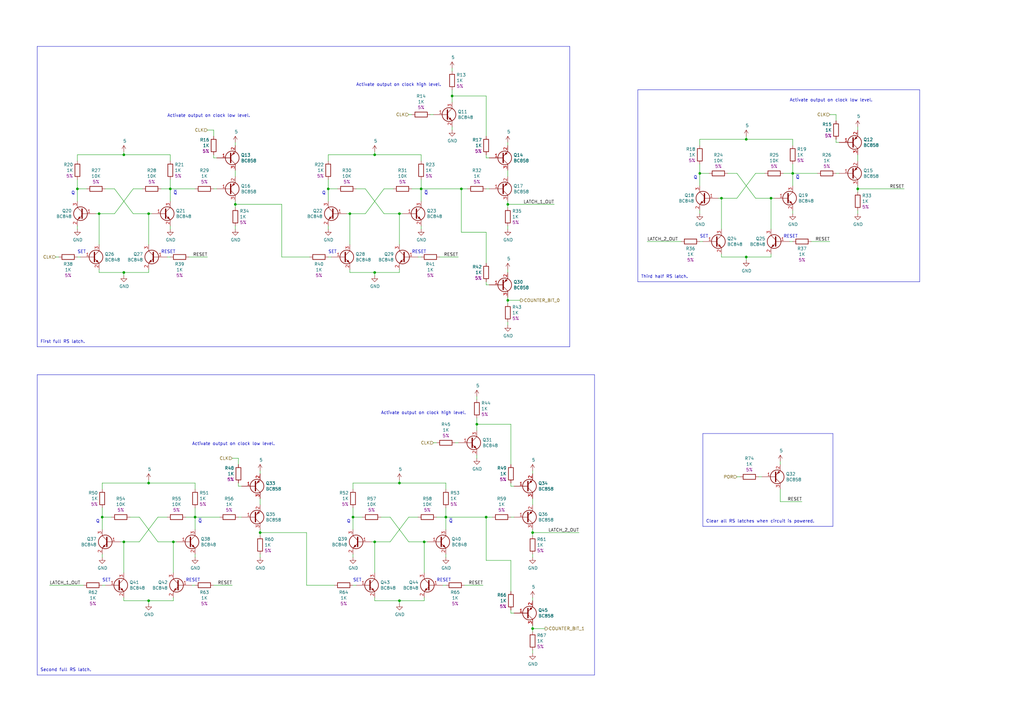
<source format=kicad_sch>
(kicad_sch (version 20230121) (generator eeschema)
  (paper "A3")
  (title_block (title "A ring counter made of RS latches.") (date "2022-01-01") (company "(C) Adrien RICCIARDI"))
  (junction (at 60.96 246.38))
  (junction (at 153.67 222.25))
  (junction (at 218.44 218.44))
  (junction (at 306.07 57.15))
  (junction (at 351.79 77.47))
  (junction (at 60.96 198.12))
  (junction (at 287.02 71.12))
  (junction (at 50.8 63.5))
  (junction (at 218.44 257.81))
  (junction (at 306.07 105.41))
  (junction (at 199.39 212.09))
  (junction (at 325.12 71.12))
  (junction (at 189.23 77.47))
  (junction (at 295.91 81.28))
  (junction (at 96.52 83.82))
  (junction (at 80.01 212.09))
  (junction (at 41.91 212.09))
  (junction (at 50.8 222.25))
  (junction (at 106.68 218.44))
  (junction (at 31.75 77.47))
  (junction (at 163.83 87.63))
  (junction (at 153.67 63.5))
  (junction (at 185.42 39.37))
  (junction (at 153.67 111.76))
  (junction (at 50.8 111.76))
  (junction (at 195.58 173.99))
  (junction (at 208.28 123.19))
  (junction (at 173.99 222.25))
  (junction (at 182.88 212.09))
  (junction (at 71.12 222.25))
  (junction (at 143.51 87.63))
  (junction (at 134.62 77.47))
  (junction (at 316.23 81.28))
  (junction (at 40.64 87.63))
  (junction (at 144.78 212.09))
  (junction (at 60.96 87.63))
  (junction (at 163.83 246.38))
  (junction (at 69.85 77.47))
  (junction (at 208.28 83.82))
  (junction (at 172.72 77.47))
  (junction (at 163.83 198.12))
  (wire (pts (xy 40.64 87.63) (xy 40.64 100.33)))
  (wire (pts (xy 316.23 104.14) (xy 316.23 105.41)))
  (wire (pts (xy 41.91 212.09) (xy 41.91 217.17)))
  (wire (pts (xy 50.8 63.5) (xy 69.85 63.5)))
  (polyline (pts (xy 243.84 153.67) (xy 15.24 153.67)))
  (wire (pts (xy 31.75 93.98) (xy 31.75 92.71)))
  (wire (pts (xy 31.75 73.66) (xy 31.75 77.47)))
  (wire (pts (xy 144.78 228.6) (xy 144.78 227.33)))
  (wire (pts (xy 163.83 87.63) (xy 163.83 100.33)))
  (wire (pts (xy 208.28 110.49) (xy 208.28 111.76)))
  (wire (pts (xy 186.69 181.61) (xy 187.96 181.61)))
  (wire (pts (xy 163.83 246.38) (xy 153.67 246.38)))
  (wire (pts (xy 96.52 69.85) (xy 96.52 72.39)))
  (wire (pts (xy 80.01 227.33) (xy 80.01 228.6)))
  (wire (pts (xy 218.44 218.44) (xy 218.44 219.71)))
  (wire (pts (xy 31.75 77.47) (xy 31.75 82.55)))
  (wire (pts (xy 295.91 81.28) (xy 302.26 81.28)))
  (wire (pts (xy 209.55 173.99) (xy 209.55 190.5)))
  (wire (pts (xy 41.91 240.03) (xy 43.18 240.03)))
  (wire (pts (xy 41.91 198.12) (xy 60.96 198.12)))
  (wire (pts (xy 306.07 57.15) (xy 325.12 57.15)))
  (wire (pts (xy 287.02 67.31) (xy 287.02 71.12)))
  (wire (pts (xy 106.68 218.44) (xy 125.73 218.44)))
  (wire (pts (xy 106.68 204.47) (xy 106.68 207.01)))
  (wire (pts (xy 306.07 105.41) (xy 295.91 105.41)))
  (wire (pts (xy 157.48 77.47) (xy 161.29 77.47)))
  (wire (pts (xy 209.55 198.12) (xy 209.55 199.39)))
  (wire (pts (xy 195.58 173.99) (xy 209.55 173.99)))
  (wire (pts (xy 187.96 105.41) (xy 180.34 105.41)))
  (wire (pts (xy 156.21 212.09) (xy 160.02 212.09)))
  (wire (pts (xy 54.61 77.47) (xy 46.99 87.63)))
  (wire (pts (xy 157.48 77.47) (xy 149.86 87.63)))
  (wire (pts (xy 351.79 76.2) (xy 351.79 77.47)))
  (wire (pts (xy 199.39 39.37) (xy 199.39 55.88)))
  (wire (pts (xy 185.42 39.37) (xy 185.42 41.91)))
  (wire (pts (xy 163.83 198.12) (xy 182.88 198.12)))
  (wire (pts (xy 96.52 82.55) (xy 96.52 83.82)))
  (wire (pts (xy 320.04 200.66) (xy 320.04 205.74)))
  (wire (pts (xy 199.39 116.84) (xy 200.66 116.84)))
  (wire (pts (xy 342.9 58.42) (xy 344.17 58.42)))
  (wire (pts (xy 287.02 87.63) (xy 287.02 86.36)))
  (polyline (pts (xy 377.19 115.57) (xy 377.19 36.83)))
  (wire (pts (xy 209.55 212.09) (xy 210.82 212.09)))
  (wire (pts (xy 96.52 93.98) (xy 96.52 92.71)))
  (wire (pts (xy 287.02 57.15) (xy 306.07 57.15)))
  (wire (pts (xy 153.67 63.5) (xy 172.72 63.5)))
  (wire (pts (xy 182.88 227.33) (xy 182.88 228.6)))
  (wire (pts (xy 115.57 83.82) (xy 115.57 105.41)))
  (wire (pts (xy 153.67 62.23) (xy 153.67 63.5)))
  (wire (pts (xy 182.88 212.09) (xy 182.88 217.17)))
  (wire (pts (xy 342.9 57.15) (xy 342.9 58.42)))
  (wire (pts (xy 50.8 111.76) (xy 50.8 113.03)))
  (wire (pts (xy 173.99 246.38) (xy 163.83 246.38)))
  (polyline (pts (xy 288.29 215.9) (xy 288.29 177.8)))
  (wire (pts (xy 195.58 173.99) (xy 195.58 176.53)))
  (wire (pts (xy 71.12 222.25) (xy 72.39 222.25)))
  (wire (pts (xy 64.77 212.09) (xy 68.58 212.09)))
  (wire (pts (xy 80.01 198.12) (xy 80.01 200.66)))
  (polyline (pts (xy 341.63 177.8) (xy 341.63 215.9)))
  (wire (pts (xy 69.85 77.47) (xy 69.85 82.55)))
  (wire (pts (xy 168.91 77.47) (xy 172.72 77.47)))
  (wire (pts (xy 298.45 71.12) (xy 302.26 71.12)))
  (wire (pts (xy 50.8 222.25) (xy 50.8 234.95)))
  (wire (pts (xy 199.39 212.09) (xy 199.39 229.87)))
  (wire (pts (xy 69.85 92.71) (xy 69.85 93.98)))
  (wire (pts (xy 167.64 212.09) (xy 160.02 222.25)))
  (wire (pts (xy 323.85 99.06) (xy 325.12 99.06)))
  (wire (pts (xy 76.2 212.09) (xy 80.01 212.09)))
  (wire (pts (xy 185.42 53.34) (xy 185.42 52.07)))
  (wire (pts (xy 218.44 218.44) (xy 237.49 218.44)))
  (wire (pts (xy 181.61 240.03) (xy 182.88 240.03)))
  (wire (pts (xy 172.72 77.47) (xy 189.23 77.47)))
  (wire (pts (xy 316.23 105.41) (xy 306.07 105.41)))
  (wire (pts (xy 144.78 240.03) (xy 146.05 240.03)))
  (wire (pts (xy 134.62 66.04) (xy 134.62 63.5)))
  (wire (pts (xy 163.83 246.38) (xy 163.83 247.65)))
  (wire (pts (xy 208.28 123.19) (xy 208.28 124.46)))
  (wire (pts (xy 172.72 92.71) (xy 172.72 93.98)))
  (wire (pts (xy 179.07 181.61) (xy 177.8 181.61)))
  (wire (pts (xy 218.44 228.6) (xy 218.44 227.33)))
  (wire (pts (xy 185.42 36.83) (xy 185.42 39.37)))
  (wire (pts (xy 157.48 87.63) (xy 149.86 77.47)))
  (wire (pts (xy 60.96 110.49) (xy 60.96 111.76)))
  (wire (pts (xy 351.79 52.07) (xy 351.79 53.34)))
  (wire (pts (xy 208.28 82.55) (xy 208.28 83.82)))
  (wire (pts (xy 182.88 198.12) (xy 182.88 200.66)))
  (wire (pts (xy 208.28 93.98) (xy 208.28 92.71)))
  (wire (pts (xy 53.34 212.09) (xy 57.15 212.09)))
  (wire (pts (xy 325.12 57.15) (xy 325.12 59.69)))
  (polyline (pts (xy 288.29 177.8) (xy 341.63 177.8)))
  (wire (pts (xy 54.61 77.47) (xy 58.42 77.47)))
  (wire (pts (xy 199.39 212.09) (xy 201.93 212.09)))
  (wire (pts (xy 320.04 189.23) (xy 320.04 190.5)))
  (wire (pts (xy 199.39 64.77) (xy 200.66 64.77)))
  (polyline (pts (xy 15.24 153.67) (xy 15.24 276.86)))
  (wire (pts (xy 208.28 83.82) (xy 208.28 85.09)))
  (wire (pts (xy 152.4 222.25) (xy 153.67 222.25)))
  (wire (pts (xy 144.78 212.09) (xy 144.78 217.17)))
  (wire (pts (xy 287.02 59.69) (xy 287.02 57.15)))
  (wire (pts (xy 198.12 240.03) (xy 190.5 240.03)))
  (wire (pts (xy 295.91 104.14) (xy 295.91 105.41)))
  (wire (pts (xy 342.9 71.12) (xy 344.17 71.12)))
  (wire (pts (xy 173.99 245.11) (xy 173.99 246.38)))
  (wire (pts (xy 64.77 222.25) (xy 57.15 212.09)))
  (wire (pts (xy 153.67 222.25) (xy 153.67 234.95)))
  (wire (pts (xy 60.96 246.38) (xy 50.8 246.38)))
  (wire (pts (xy 157.48 87.63) (xy 163.83 87.63)))
  (wire (pts (xy 144.78 200.66) (xy 144.78 198.12)))
  (wire (pts (xy 163.83 87.63) (xy 165.1 87.63)))
  (wire (pts (xy 69.85 63.5) (xy 69.85 66.04)))
  (wire (pts (xy 195.58 187.96) (xy 195.58 186.69)))
  (polyline (pts (xy 233.68 142.24) (xy 15.24 142.24)))
  (wire (pts (xy 199.39 115.57) (xy 199.39 116.84)))
  (polyline (pts (xy 377.19 36.83) (xy 261.62 36.83)))
  (wire (pts (xy 80.01 212.09) (xy 80.01 217.17)))
  (wire (pts (xy 167.64 212.09) (xy 171.45 212.09)))
  (wire (pts (xy 340.36 46.99) (xy 342.9 46.99)))
  (wire (pts (xy 316.23 81.28) (xy 316.23 93.98)))
  (wire (pts (xy 172.72 77.47) (xy 172.72 82.55)))
  (wire (pts (xy 218.44 257.81) (xy 218.44 259.08)))
  (wire (pts (xy 182.88 212.09) (xy 199.39 212.09)))
  (wire (pts (xy 153.67 111.76) (xy 143.51 111.76)))
  (wire (pts (xy 31.75 66.04) (xy 31.75 63.5)))
  (wire (pts (xy 106.68 217.17) (xy 106.68 218.44)))
  (wire (pts (xy 60.96 196.85) (xy 60.96 198.12)))
  (wire (pts (xy 208.28 69.85) (xy 208.28 72.39)))
  (wire (pts (xy 97.79 199.39) (xy 99.06 199.39)))
  (wire (pts (xy 325.12 86.36) (xy 325.12 87.63)))
  (wire (pts (xy 146.05 77.47) (xy 149.86 77.47)))
  (wire (pts (xy 106.68 193.04) (xy 106.68 194.31)))
  (wire (pts (xy 208.28 133.35) (xy 208.28 132.08)))
  (wire (pts (xy 60.96 111.76) (xy 50.8 111.76)))
  (wire (pts (xy 172.72 63.5) (xy 172.72 66.04)))
  (wire (pts (xy 182.88 208.28) (xy 182.88 212.09)))
  (wire (pts (xy 144.78 212.09) (xy 148.59 212.09)))
  (wire (pts (xy 60.96 87.63) (xy 62.23 87.63)))
  (wire (pts (xy 31.75 63.5) (xy 50.8 63.5)))
  (wire (pts (xy 218.44 193.04) (xy 218.44 194.31)))
  (wire (pts (xy 153.67 111.76) (xy 153.67 113.03)))
  (wire (pts (xy 97.79 212.09) (xy 99.06 212.09)))
  (wire (pts (xy 167.64 222.25) (xy 160.02 212.09)))
  (polyline (pts (xy 233.68 19.05) (xy 233.68 142.24)))
  (wire (pts (xy 22.86 105.41) (xy 24.13 105.41)))
  (wire (pts (xy 173.99 222.25) (xy 173.99 234.95)))
  (wire (pts (xy 64.77 222.25) (xy 71.12 222.25)))
  (wire (pts (xy 69.85 73.66) (xy 69.85 77.47)))
  (wire (pts (xy 287.02 99.06) (xy 288.29 99.06)))
  (wire (pts (xy 208.28 123.19) (xy 213.36 123.19)))
  (wire (pts (xy 60.96 198.12) (xy 80.01 198.12)))
  (wire (pts (xy 87.63 53.34) (xy 87.63 55.88)))
  (wire (pts (xy 316.23 81.28) (xy 317.5 81.28)))
  (wire (pts (xy 41.91 212.09) (xy 45.72 212.09)))
  (wire (pts (xy 40.64 87.63) (xy 46.99 87.63)))
  (wire (pts (xy 71.12 245.11) (xy 71.12 246.38)))
  (wire (pts (xy 208.28 121.92) (xy 208.28 123.19)))
  (wire (pts (xy 134.62 63.5) (xy 153.67 63.5)))
  (wire (pts (xy 351.79 87.63) (xy 351.79 86.36)))
  (wire (pts (xy 325.12 71.12) (xy 335.28 71.12)))
  (wire (pts (xy 209.55 250.19) (xy 209.55 251.46)))
  (wire (pts (xy 218.44 256.54) (xy 218.44 257.81)))
  (wire (pts (xy 134.62 73.66) (xy 134.62 77.47)))
  (wire (pts (xy 179.07 212.09) (xy 182.88 212.09)))
  (wire (pts (xy 143.51 87.63) (xy 149.86 87.63)))
  (wire (pts (xy 209.55 199.39) (xy 210.82 199.39)))
  (polyline (pts (xy 15.24 142.24) (xy 15.24 19.05)))
  (wire (pts (xy 287.02 71.12) (xy 287.02 76.2)))
  (wire (pts (xy 325.12 67.31) (xy 325.12 71.12)))
  (wire (pts (xy 125.73 218.44) (xy 125.73 240.03)))
  (wire (pts (xy 106.68 228.6) (xy 106.68 227.33)))
  (wire (pts (xy 87.63 77.47) (xy 88.9 77.47)))
  (wire (pts (xy 173.99 222.25) (xy 175.26 222.25)))
  (wire (pts (xy 64.77 212.09) (xy 57.15 222.25)))
  (polyline (pts (xy 261.62 115.57) (xy 377.19 115.57)))
  (wire (pts (xy 171.45 105.41) (xy 172.72 105.41)))
  (wire (pts (xy 96.52 83.82) (xy 96.52 85.09)))
  (wire (pts (xy 31.75 77.47) (xy 35.56 77.47)))
  (wire (pts (xy 287.02 71.12) (xy 290.83 71.12)))
  (wire (pts (xy 199.39 63.5) (xy 199.39 64.77)))
  (wire (pts (xy 153.67 222.25) (xy 160.02 222.25)))
  (wire (pts (xy 87.63 64.77) (xy 88.9 64.77)))
  (wire (pts (xy 199.39 77.47) (xy 200.66 77.47)))
  (wire (pts (xy 325.12 71.12) (xy 325.12 76.2)))
  (wire (pts (xy 97.79 187.96) (xy 97.79 190.5)))
  (wire (pts (xy 167.64 222.25) (xy 173.99 222.25)))
  (wire (pts (xy 134.62 77.47) (xy 138.43 77.47)))
  (wire (pts (xy 185.42 27.94) (xy 185.42 29.21)))
  (wire (pts (xy 50.8 222.25) (xy 57.15 222.25)))
  (wire (pts (xy 69.85 105.41) (xy 68.58 105.41)))
  (wire (pts (xy 40.64 110.49) (xy 40.64 111.76)))
  (wire (pts (xy 309.88 81.28) (xy 316.23 81.28)))
  (wire (pts (xy 209.55 251.46) (xy 210.82 251.46)))
  (wire (pts (xy 71.12 222.25) (xy 71.12 234.95)))
  (wire (pts (xy 209.55 229.87) (xy 209.55 242.57)))
  (wire (pts (xy 134.62 77.47) (xy 134.62 82.55)))
  (wire (pts (xy 312.42 195.58) (xy 311.15 195.58)))
  (wire (pts (xy 20.32 240.03) (xy 34.29 240.03)))
  (wire (pts (xy 60.96 87.63) (xy 60.96 100.33)))
  (wire (pts (xy 41.91 200.66) (xy 41.91 198.12)))
  (wire (pts (xy 54.61 87.63) (xy 60.96 87.63)))
  (wire (pts (xy 218.44 204.47) (xy 218.44 207.01)))
  (wire (pts (xy 309.88 71.12) (xy 313.69 71.12)))
  (wire (pts (xy 143.51 87.63) (xy 143.51 100.33)))
  (wire (pts (xy 295.91 81.28) (xy 295.91 93.98)))
  (wire (pts (xy 176.53 46.99) (xy 177.8 46.99)))
  (wire (pts (xy 342.9 46.99) (xy 342.9 49.53)))
  (wire (pts (xy 321.31 71.12) (xy 325.12 71.12)))
  (wire (pts (xy 60.96 246.38) (xy 60.96 247.65)))
  (wire (pts (xy 218.44 267.97) (xy 218.44 266.7)))
  (wire (pts (xy 163.83 196.85) (xy 163.83 198.12)))
  (wire (pts (xy 294.64 81.28) (xy 295.91 81.28)))
  (wire (pts (xy 189.23 95.25) (xy 199.39 95.25)))
  (wire (pts (xy 199.39 95.25) (xy 199.39 107.95)))
  (wire (pts (xy 50.8 62.23) (xy 50.8 63.5)))
  (polyline (pts (xy 261.62 36.83) (xy 261.62 115.57)))
  (wire (pts (xy 218.44 245.11) (xy 218.44 246.38)))
  (wire (pts (xy 54.61 87.63) (xy 46.99 77.47)))
  (wire (pts (xy 87.63 63.5) (xy 87.63 64.77)))
  (polyline (pts (xy 243.84 153.67) (xy 243.84 276.86)))
  (wire (pts (xy 144.78 198.12) (xy 163.83 198.12)))
  (wire (pts (xy 153.67 245.11) (xy 153.67 246.38)))
  (wire (pts (xy 134.62 105.41) (xy 135.89 105.41)))
  (wire (pts (xy 95.25 240.03) (xy 87.63 240.03)))
  (wire (pts (xy 50.8 245.11) (xy 50.8 246.38)))
  (wire (pts (xy 306.07 55.88) (xy 306.07 57.15)))
  (wire (pts (xy 218.44 257.81) (xy 223.52 257.81)))
  (wire (pts (xy 332.74 99.06) (xy 340.36 99.06)))
  (polyline (pts (xy 15.24 19.05) (xy 233.68 19.05)))
  (wire (pts (xy 50.8 111.76) (xy 40.64 111.76)))
  (wire (pts (xy 195.58 171.45) (xy 195.58 173.99)))
  (wire (pts (xy 43.18 77.47) (xy 46.99 77.47)))
  (wire (pts (xy 185.42 39.37) (xy 199.39 39.37)))
  (wire (pts (xy 134.62 93.98) (xy 134.62 92.71)))
  (wire (pts (xy 189.23 77.47) (xy 189.23 95.25)))
  (wire (pts (xy 41.91 228.6) (xy 41.91 227.33)))
  (wire (pts (xy 49.53 222.25) (xy 50.8 222.25)))
  (wire (pts (xy 163.83 110.49) (xy 163.83 111.76)))
  (wire (pts (xy 115.57 105.41) (xy 127 105.41)))
  (wire (pts (xy 143.51 110.49) (xy 143.51 111.76)))
  (wire (pts (xy 199.39 229.87) (xy 209.55 229.87)))
  (wire (pts (xy 80.01 212.09) (xy 90.17 212.09)))
  (wire (pts (xy 69.85 77.47) (xy 80.01 77.47)))
  (wire (pts (xy 351.79 77.47) (xy 351.79 78.74)))
  (wire (pts (xy 96.52 83.82) (xy 115.57 83.82)))
  (wire (pts (xy 39.37 87.63) (xy 40.64 87.63)))
  (wire (pts (xy 41.91 208.28) (xy 41.91 212.09)))
  (wire (pts (xy 106.68 218.44) (xy 106.68 219.71)))
  (wire (pts (xy 309.88 81.28) (xy 302.26 71.12)))
  (wire (pts (xy 195.58 162.56) (xy 195.58 163.83)))
  (wire (pts (xy 168.91 46.99) (xy 167.64 46.99)))
  (wire (pts (xy 95.25 187.96) (xy 97.79 187.96)))
  (wire (pts (xy 66.04 77.47) (xy 69.85 77.47)))
  (wire (pts (xy 208.28 58.42) (xy 208.28 59.69)))
  (wire (pts (xy 85.09 53.34) (xy 87.63 53.34)))
  (wire (pts (xy 208.28 83.82) (xy 227.33 83.82)))
  (wire (pts (xy 351.79 63.5) (xy 351.79 66.04)))
  (wire (pts (xy 96.52 58.42) (xy 96.52 59.69)))
  (wire (pts (xy 142.24 87.63) (xy 143.51 87.63)))
  (wire (pts (xy 302.26 195.58) (xy 303.53 195.58)))
  (wire (pts (xy 172.72 73.66) (xy 172.72 77.47)))
  (wire (pts (xy 309.88 71.12) (xy 302.26 81.28)))
  (wire (pts (xy 351.79 77.47) (xy 370.84 77.47)))
  (wire (pts (xy 163.83 111.76) (xy 153.67 111.76)))
  (wire (pts (xy 218.44 217.17) (xy 218.44 218.44)))
  (wire (pts (xy 306.07 105.41) (xy 306.07 106.68)))
  (polyline (pts (xy 243.84 276.86) (xy 15.24 276.86)))
  (wire (pts (xy 265.43 99.06) (xy 279.4 99.06)))
  (wire (pts (xy 189.23 77.47) (xy 191.77 77.47)))
  (wire (pts (xy 80.01 240.03) (xy 78.74 240.03)))
  (wire (pts (xy 71.12 246.38) (xy 60.96 246.38)))
  (wire (pts (xy 125.73 240.03) (xy 137.16 240.03)))
  (wire (pts (xy 85.09 105.41) (xy 77.47 105.41)))
  (wire (pts (xy 97.79 198.12) (xy 97.79 199.39)))
  (wire (pts (xy 80.01 208.28) (xy 80.01 212.09)))
  (wire (pts (xy 144.78 208.28) (xy 144.78 212.09)))
  (wire (pts (xy 31.75 105.41) (xy 33.02 105.41)))
  (wire (pts (xy 320.04 205.74) (xy 328.93 205.74)))
  (polyline (pts (xy 341.63 215.9) (xy 288.29 215.9)))
  (text "Third half RS latch." (at 262.89 114.3 0) (effects (font (size 1.27 1.27)) (justify left bottom)))
  (text "SET" (at 31.75 104.14 0) (effects (font (size 1.27 1.27)) (justify left bottom)))
  (text "SET" (at 41.91 238.76 0) (effects (font (size 1.27 1.27)) (justify left bottom)))
  (text "~{Q}" (at 81.28 214.63 0) (effects (font (size 1.27 1.27)) (justify left bottom)))
  (text "RESET" (at 321.31 97.79 0) (effects (font (size 1.27 1.27)) (justify left bottom)))
  (text "Clear all RS latches when circuit is powered." (at 289.56 214.63 0) (effects (font (size 1.27 1.27)) (justify left bottom)))
  (text "SET" (at 287.02 97.79 0) (effects (font (size 1.27 1.27)) (justify left bottom)))
  (text "~{Q}" (at 173.99 80.01 0) (effects (font (size 1.27 1.27)) (justify left bottom)))
  (text "Q" (at 132.08 80.01 0) (effects (font (size 1.27 1.27)) (justify left bottom)))
  (text "SET" (at 144.78 238.76 0) (effects (font (size 1.27 1.27)) (justify left bottom)))
  (text "Activate output on clock low level." (at 323.85 41.91 0) (effects (font (size 1.27 1.27)) (justify left bottom)))
  (text "Q" (at 142.24 214.63 0) (effects (font (size 1.27 1.27)) (justify left bottom)))
  (text "Q" (at 29.21 80.01 0) (effects (font (size 1.27 1.27)) (justify left bottom)))
  (text "~{Q}" (at 71.12 80.01 0) (effects (font (size 1.27 1.27)) (justify left bottom)))
  (text "~{Q}" (at 184.15 214.63 0) (effects (font (size 1.27 1.27)) (justify left bottom)))
  (text "RESET" (at 168.91 104.14 0) (effects (font (size 1.27 1.27)) (justify left bottom)))
  (text "Q" (at 284.48 73.66 0) (effects (font (size 1.27 1.27)) (justify left bottom)))
  (text "RESET" (at 66.04 104.14 0) (effects (font (size 1.27 1.27)) (justify left bottom)))
  (text "SET" (at 134.62 104.14 0) (effects (font (size 1.27 1.27)) (justify left bottom)))
  (text "Activate output on clock low level." (at 78.74 182.88 0) (effects (font (size 1.27 1.27)) (justify left bottom)))
  (text "Activate output on clock low level." (at 68.58 48.26 0) (effects (font (size 1.27 1.27)) (justify left bottom)))
  (text "~{Q}" (at 326.39 73.66 0) (effects (font (size 1.27 1.27)) (justify left bottom)))
  (text "First full RS latch." (at 16.51 140.97 0) (effects (font (size 1.27 1.27)) (justify left bottom)))
  (text "Activate output on clock high level." (at 156.21 170.18 0) (effects (font (size 1.27 1.27)) (justify left bottom)))
  (text "Second full RS latch." (at 16.51 275.59 0) (effects (font (size 1.27 1.27)) (justify left bottom)))
  (text "RESET" (at 76.2 238.76 0) (effects (font (size 1.27 1.27)) (justify left bottom)))
  (text "Q" (at 39.37 214.63 0) (effects (font (size 1.27 1.27)) (justify left bottom)))
  (text "Activate output on clock high level." (at 146.05 35.56 0) (effects (font (size 1.27 1.27)) (justify left bottom)))
  (text "RESET" (at 179.07 238.76 0) (effects (font (size 1.27 1.27)) (justify left bottom)))
  (label "RESET" (at 187.96 105.41 180))
  (label "RESET" (at 340.36 99.06 180))
  (label "LATCH_1_OUT" (at 227.33 83.82 180))
  (label "RESET" (at 370.84 77.47 180))
  (label "RESET" (at 85.09 105.41 180))
  (label "LATCH_2_OUT" (at 237.49 218.44 180))
  (label "RESET" (at 328.93 205.74 180))
  (label "RESET" (at 95.25 240.03 180))
  (label "LATCH_1_OUT" (at 20.32 240.03 0))
  (label "RESET" (at 198.12 240.03 180))
  (label "LATCH_2_OUT" (at 265.43 99.06 0))
  (hierarchical_label "COUNTER_BIT_0" (shape output) (at 213.36 123.19 0))
  (hierarchical_label "CLK" (shape input) (at 340.36 46.99 180))
  (hierarchical_label "CLK" (shape input) (at 95.25 187.96 180))
  (hierarchical_label "POR" (shape input) (at 302.26 195.58 180))
  (hierarchical_label "CLK" (shape input) (at 177.8 181.61 180))
  (hierarchical_label "CLK" (shape input) (at 22.86 105.41 180))
  (hierarchical_label "CLK" (shape input) (at 167.64 46.99 180))
  (hierarchical_label "CLK" (shape input) (at 85.09 53.34 180))
  (hierarchical_label "COUNTER_BIT_1" (shape output) (at 223.52 257.81 0))
  (symbol (lib_id "power:GND") (at 31.75 93.98 0) (unit 1)
    (property "Reference" "#PWR029" (effects hide))
    (property "Value" "GND" (at 31.877 98.3742 0))
  )
  (symbol (lib_id "Transistor_BJT:BC848") (at 63.5 105.41 0) (mirror y) (unit 1)
    (property "Reference" "Q27" (at 58.6486 104.2416 0) (effects (justify left)))
    (property "Value" "BC848" (at 58.6486 106.553 0) (effects (justify left)))
    (property "Footprint" "Package_TO_SOT_SMD:SOT-23" (effects hide))
    (property "Datasheet" "http://www.infineon.com/dgdl/Infineon-BC847SERIES_BC848SERIES_BC849SERIES_BC850SERIES-DS-v01_01-en.pdf?fileId=db3a304314dca389011541d4630a1657" (effects hide))
    (property "Spice_Primitive" "Q" (effects hide))
    (property "Spice_Model" "BC848" (effects hide))
    (property "Spice_Netlist_Enabled" "Y" (effects hide))
    (property "Spice_Lib_File" "Spice_Simulation/BC848.lib" (effects hide))
    (property "Spice_Node_Sequence" "3 1 2" (effects hide))
    (instances (project "Motherboard" (path "" (reference "Q27") (unit 1)) (path "" (reference "Q?") (unit 1))))
  )
  (symbol (lib_id "Transistor_BJT:BC848") (at 38.1 105.41 0) (unit 1)
    (property "Reference" "Q26" (at 42.9514 104.2416 0) (effects (justify left)))
    (property "Value" "BC848" (at 42.9514 106.553 0) (effects (justify left)))
    (property "Footprint" "Package_TO_SOT_SMD:SOT-23" (effects hide))
    (property "Datasheet" "http://www.infineon.com/dgdl/Infineon-BC847SERIES_BC848SERIES_BC849SERIES_BC850SERIES-DS-v01_01-en.pdf?fileId=db3a304314dca389011541d4630a1657" (effects hide))
    (property "Spice_Primitive" "Q" (effects hide))
    (property "Spice_Model" "BC848" (effects hide))
    (property "Spice_Netlist_Enabled" "Y" (effects hide))
    (property "Spice_Lib_File" "Spice_Simulation/BC848.lib" (effects hide))
    (property "Spice_Node_Sequence" "3 1 2" (effects hide))
    (instances (project "Motherboard" (path "" (reference "Q26") (unit 1)) (path "" (reference "Q?") (unit 1))))
  )
  (symbol (lib_id "power:GND") (at 50.8 113.03 0) (unit 1)
    (property "Reference" "#PWR037" (effects hide))
    (property "Value" "GND" (at 50.927 117.4242 0))
  )
  (symbol (lib_id "Device:R") (at 73.66 105.41 270) (unit 1)
    (property "Reference" "R39" (at 73.66 108.331 90))
    (property "Value" "1K" (at 73.66 110.6424 90))
    (property "Footprint" "Resistor_SMD:R_0603_1608Metric_Pad0.98x0.95mm_HandSolder" (effects hide))
    (property "Value2" "5%" (at 73.66 112.9538 90))
    (property "Spice_Primitive" "R" (effects hide))
    (property "Spice_Model" "10k" (effects hide))
    (property "Spice_Netlist_Enabled" "Y" (effects hide))
    (instances (project "Motherboard" (path "" (reference "R39") (unit 1)) (path "" (reference "R?") (unit 1))))
  )
  (symbol (lib_id "Device:R") (at 27.94 105.41 270) (unit 1)
    (property "Reference" "R38" (at 27.94 108.331 90))
    (property "Value" "1K" (at 27.94 110.6424 90))
    (property "Footprint" "Resistor_SMD:R_0603_1608Metric_Pad0.98x0.95mm_HandSolder" (effects hide))
    (property "Value2" "5%" (at 27.94 112.9538 90))
    (property "Spice_Primitive" "R" (effects hide))
    (property "Spice_Model" "10k" (effects hide))
    (property "Spice_Netlist_Enabled" "Y" (effects hide))
    (instances (project "Motherboard" (path "" (reference "R38") (unit 1)) (path "" (reference "R?") (unit 1))))
  )
  (symbol (lib_id "power:GND") (at 96.52 93.98 0) (unit 1)
    (property "Reference" "#PWR031" (effects hide))
    (property "Value" "GND" (at 96.647 98.3742 0))
  )
  (symbol (lib_id "Device:R") (at 96.52 88.9 0) (unit 1)
    (property "Reference" "R34" (at 98.298 86.5886 0) (effects (justify left)))
    (property "Value" "1K" (at 98.298 88.9 0) (effects (justify left)))
    (property "Footprint" "Resistor_SMD:R_0603_1608Metric_Pad0.98x0.95mm_HandSolder" (effects hide))
    (property "Value2" "5%" (at 98.298 91.2114 0) (effects (justify left)))
    (property "Spice_Primitive" "R" (effects hide))
    (property "Spice_Model" "1k" (effects hide))
    (property "Spice_Netlist_Enabled" "Y" (effects hide))
    (instances (project "Motherboard" (path "" (reference "R34") (unit 1)) (path "" (reference "R?") (unit 1))))
  )
  (symbol (lib_id "power:+5V") (at 96.52 58.42 0) (unit 1)
    (property "Reference" "#PWR022" (effects hide))
    (property "Value" "+5V" (at 96.901 54.0258 0))
    (property "Spice_Primitive" "V" (effects hide))
    (property "Spice_Model" "dc 5" (effects hide))
    (property "Spice_Netlist_Enabled" "Y" (effects hide))
    (instances (project "Motherboard" (path "" (reference "#PWR022") (unit 1)) (path "" (reference "#PWR?") (unit 1))))
  )
  (symbol (lib_id "Transistor_BJT:BC848") (at 67.31 87.63 0) (unit 1)
    (property "Reference" "Q21" (at 72.1614 86.4616 0) (effects (justify left)))
    (property "Value" "BC848" (at 72.1614 88.773 0) (effects (justify left)))
    (property "Footprint" "Package_TO_SOT_SMD:SOT-23" (effects hide))
    (property "Datasheet" "http://www.infineon.com/dgdl/Infineon-BC847SERIES_BC848SERIES_BC849SERIES_BC850SERIES-DS-v01_01-en.pdf?fileId=db3a304314dca389011541d4630a1657" (effects hide))
    (property "Spice_Primitive" "Q" (effects hide))
    (property "Spice_Model" "BC848" (effects hide))
    (property "Spice_Netlist_Enabled" "Y" (effects hide))
    (property "Spice_Lib_File" "Spice_Simulation/BC848.lib" (effects hide))
    (property "Spice_Node_Sequence" "3 1 2" (effects hide))
    (instances (project "Motherboard" (path "" (reference "Q21") (unit 1)) (path "" (reference "Q?") (unit 1))))
  )
  (symbol (lib_id "Device:R") (at 69.85 69.85 0) (unit 1)
    (property "Reference" "R21" (at 71.628 67.5386 0) (effects (justify left)))
    (property "Value" "1K" (at 71.628 69.85 0) (effects (justify left)))
    (property "Footprint" "Resistor_SMD:R_0603_1608Metric_Pad0.98x0.95mm_HandSolder" (effects hide))
    (property "Value2" "5%" (at 71.628 72.1614 0) (effects (justify left)))
    (property "Spice_Primitive" "R" (effects hide))
    (property "Spice_Model" "1k" (effects hide))
    (property "Spice_Netlist_Enabled" "Y" (effects hide))
    (instances (project "Motherboard" (path "" (reference "R21") (unit 1)) (path "" (reference "R?") (unit 1))))
  )
  (symbol (lib_id "power:+5V") (at 50.8 62.23 0) (unit 1)
    (property "Reference" "#PWR024" (effects hide))
    (property "Value" "+5V" (at 51.181 57.8358 0))
    (property "Spice_Primitive" "V" (effects hide))
    (property "Spice_Model" "dc 5" (effects hide))
    (property "Spice_Netlist_Enabled" "Y" (effects hide))
    (instances (project "Motherboard" (path "" (reference "#PWR024") (unit 1)) (path "" (reference "#PWR?") (unit 1))))
  )
  (symbol (lib_id "power:GND") (at 69.85 93.98 0) (unit 1)
    (property "Reference" "#PWR030" (effects hide))
    (property "Value" "GND" (at 69.977 98.3742 0))
  )
  (symbol (lib_id "Device:R") (at 62.23 77.47 270) (unit 1)
    (property "Reference" "R28" (at 62.23 69.9262 90))
    (property "Value" "10K" (at 62.23 72.2376 90))
    (property "Footprint" "Resistor_SMD:R_0603_1608Metric_Pad0.98x0.95mm_HandSolder" (effects hide))
    (property "Value2" "5%" (at 62.23 74.549 90))
    (property "Spice_Primitive" "R" (effects hide))
    (property "Spice_Model" "10k" (effects hide))
    (property "Spice_Netlist_Enabled" "Y" (effects hide))
    (instances (project "Motherboard" (path "" (reference "R28") (unit 1)) (path "" (reference "R?") (unit 1))))
  )
  (symbol (lib_id "Transistor_BJT:BC848") (at 34.29 87.63 0) (mirror y) (unit 1)
    (property "Reference" "Q20" (at 29.4386 86.4616 0) (effects (justify left)))
    (property "Value" "BC848" (at 29.4386 88.773 0) (effects (justify left)))
    (property "Footprint" "Package_TO_SOT_SMD:SOT-23" (effects hide))
    (property "Datasheet" "http://www.infineon.com/dgdl/Infineon-BC847SERIES_BC848SERIES_BC849SERIES_BC850SERIES-DS-v01_01-en.pdf?fileId=db3a304314dca389011541d4630a1657" (effects hide))
    (property "Spice_Primitive" "Q" (effects hide))
    (property "Spice_Model" "BC848" (effects hide))
    (property "Spice_Netlist_Enabled" "Y" (effects hide))
    (property "Spice_Lib_File" "Spice_Simulation/BC848.lib" (effects hide))
    (property "Spice_Node_Sequence" "3 1 2" (effects hide))
    (instances (project "Motherboard" (path "" (reference "Q20") (unit 1)) (path "" (reference "Q?") (unit 1))))
  )
  (symbol (lib_id "Device:R") (at 39.37 77.47 270) (unit 1)
    (property "Reference" "R27" (at 39.37 69.9262 90))
    (property "Value" "10K" (at 39.37 72.2376 90))
    (property "Footprint" "Resistor_SMD:R_0603_1608Metric_Pad0.98x0.95mm_HandSolder" (effects hide))
    (property "Value2" "5%" (at 39.37 74.549 90))
    (property "Spice_Primitive" "R" (effects hide))
    (property "Spice_Model" "10k" (effects hide))
    (property "Spice_Netlist_Enabled" "Y" (effects hide))
    (instances (project "Motherboard" (path "" (reference "R27") (unit 1)) (path "" (reference "R?") (unit 1))))
  )
  (symbol (lib_id "Device:R") (at 31.75 69.85 0) (unit 1)
    (property "Reference" "R20" (at 29.9974 67.5386 0) (effects (justify right)))
    (property "Value" "1K" (at 29.9974 69.85 0) (effects (justify right)))
    (property "Footprint" "Resistor_SMD:R_0603_1608Metric_Pad0.98x0.95mm_HandSolder" (effects hide))
    (property "Value2" "5%" (at 29.9974 72.1614 0) (effects (justify right)))
    (property "Spice_Primitive" "R" (effects hide))
    (property "Spice_Model" "1k" (effects hide))
    (property "Spice_Netlist_Enabled" "Y" (effects hide))
    (instances (project "Motherboard" (path "" (reference "R20") (unit 1)) (path "" (reference "R?") (unit 1))))
  )
  (symbol (lib_id "Transistor_BJT:BC848") (at 166.37 105.41 0) (mirror y) (unit 1)
    (property "Reference" "Q29" (at 161.5186 104.2416 0) (effects (justify left)))
    (property "Value" "BC848" (at 161.5186 106.553 0) (effects (justify left)))
    (property "Footprint" "Package_TO_SOT_SMD:SOT-23" (effects hide))
    (property "Datasheet" "http://www.infineon.com/dgdl/Infineon-BC847SERIES_BC848SERIES_BC849SERIES_BC850SERIES-DS-v01_01-en.pdf?fileId=db3a304314dca389011541d4630a1657" (effects hide))
    (property "Spice_Primitive" "Q" (effects hide))
    (property "Spice_Model" "BC848" (effects hide))
    (property "Spice_Netlist_Enabled" "Y" (effects hide))
    (property "Spice_Lib_File" "Spice_Simulation/BC848.lib" (effects hide))
    (property "Spice_Node_Sequence" "3 1 2" (effects hide))
    (instances (project "Motherboard" (path "" (reference "Q29") (unit 1)) (path "" (reference "Q?") (unit 1))))
  )
  (symbol (lib_id "Device:R") (at 130.81 105.41 270) (unit 1)
    (property "Reference" "R40" (at 130.81 108.331 90))
    (property "Value" "1K" (at 130.81 110.6424 90))
    (property "Footprint" "Resistor_SMD:R_0603_1608Metric_Pad0.98x0.95mm_HandSolder" (effects hide))
    (property "Value2" "5%" (at 130.81 112.9538 90))
    (property "Spice_Primitive" "R" (effects hide))
    (property "Spice_Model" "10k" (effects hide))
    (property "Spice_Netlist_Enabled" "Y" (effects hide))
    (instances (project "Motherboard" (path "" (reference "R40") (unit 1)) (path "" (reference "R?") (unit 1))))
  )
  (symbol (lib_id "power:GND") (at 153.67 113.03 0) (unit 1)
    (property "Reference" "#PWR038" (effects hide))
    (property "Value" "GND" (at 153.797 117.4242 0))
  )
  (symbol (lib_id "Transistor_BJT:BC848") (at 140.97 105.41 0) (unit 1)
    (property "Reference" "Q28" (at 145.8214 104.2416 0) (effects (justify left)))
    (property "Value" "BC848" (at 145.8214 106.553 0) (effects (justify left)))
    (property "Footprint" "Package_TO_SOT_SMD:SOT-23" (effects hide))
    (property "Datasheet" "http://www.infineon.com/dgdl/Infineon-BC847SERIES_BC848SERIES_BC849SERIES_BC850SERIES-DS-v01_01-en.pdf?fileId=db3a304314dca389011541d4630a1657" (effects hide))
    (property "Spice_Primitive" "Q" (effects hide))
    (property "Spice_Model" "BC848" (effects hide))
    (property "Spice_Netlist_Enabled" "Y" (effects hide))
    (property "Spice_Lib_File" "Spice_Simulation/BC848.lib" (effects hide))
    (property "Spice_Node_Sequence" "3 1 2" (effects hide))
    (instances (project "Motherboard" (path "" (reference "Q28") (unit 1)) (path "" (reference "Q?") (unit 1))))
  )
  (symbol (lib_id "Transistor_BJT:BC848") (at 137.16 87.63 0) (mirror y) (unit 1)
    (property "Reference" "Q22" (at 132.3086 86.4616 0) (effects (justify left)))
    (property "Value" "BC848" (at 132.3086 88.773 0) (effects (justify left)))
    (property "Footprint" "Package_TO_SOT_SMD:SOT-23" (effects hide))
    (property "Datasheet" "http://www.infineon.com/dgdl/Infineon-BC847SERIES_BC848SERIES_BC849SERIES_BC850SERIES-DS-v01_01-en.pdf?fileId=db3a304314dca389011541d4630a1657" (effects hide))
    (property "Spice_Primitive" "Q" (effects hide))
    (property "Spice_Model" "BC848" (effects hide))
    (property "Spice_Netlist_Enabled" "Y" (effects hide))
    (property "Spice_Lib_File" "Spice_Simulation/BC848.lib" (effects hide))
    (property "Spice_Node_Sequence" "3 1 2" (effects hide))
    (instances (project "Motherboard" (path "" (reference "Q22") (unit 1)) (path "" (reference "Q?") (unit 1))))
  )
  (symbol (lib_id "power:GND") (at 134.62 93.98 0) (unit 1)
    (property "Reference" "#PWR032" (effects hide))
    (property "Value" "GND" (at 134.747 98.3742 0))
  )
  (symbol (lib_id "Device:R") (at 134.62 69.85 0) (unit 1)
    (property "Reference" "R22" (at 132.8674 67.5386 0) (effects (justify right)))
    (property "Value" "1K" (at 132.8674 69.85 0) (effects (justify right)))
    (property "Footprint" "Resistor_SMD:R_0603_1608Metric_Pad0.98x0.95mm_HandSolder" (effects hide))
    (property "Value2" "5%" (at 132.8674 72.1614 0) (effects (justify right)))
    (property "Spice_Primitive" "R" (effects hide))
    (property "Spice_Model" "1k" (effects hide))
    (property "Spice_Netlist_Enabled" "Y" (effects hide))
    (instances (project "Motherboard" (path "" (reference "R22") (unit 1)) (path "" (reference "R?") (unit 1))))
  )
  (symbol (lib_id "Device:R") (at 142.24 77.47 270) (unit 1)
    (property "Reference" "R30" (at 142.24 69.9262 90))
    (property "Value" "10K" (at 142.24 72.2376 90))
    (property "Footprint" "Resistor_SMD:R_0603_1608Metric_Pad0.98x0.95mm_HandSolder" (effects hide))
    (property "Value2" "5%" (at 142.24 74.549 90))
    (property "Spice_Primitive" "R" (effects hide))
    (property "Spice_Model" "10k" (effects hide))
    (property "Spice_Netlist_Enabled" "Y" (effects hide))
    (instances (project "Motherboard" (path "" (reference "R30") (unit 1)) (path "" (reference "R?") (unit 1))))
  )
  (symbol (lib_id "Device:R") (at 165.1 77.47 270) (unit 1)
    (property "Reference" "R31" (at 165.1 69.9262 90))
    (property "Value" "10K" (at 165.1 72.2376 90))
    (property "Footprint" "Resistor_SMD:R_0603_1608Metric_Pad0.98x0.95mm_HandSolder" (effects hide))
    (property "Value2" "5%" (at 165.1 74.549 90))
    (property "Spice_Primitive" "R" (effects hide))
    (property "Spice_Model" "10k" (effects hide))
    (property "Spice_Netlist_Enabled" "Y" (effects hide))
    (instances (project "Motherboard" (path "" (reference "R31") (unit 1)) (path "" (reference "R?") (unit 1))))
  )
  (symbol (lib_id "power:GND") (at 172.72 93.98 0) (unit 1)
    (property "Reference" "#PWR033" (effects hide))
    (property "Value" "GND" (at 172.847 98.3742 0))
  )
  (symbol (lib_id "power:+5V") (at 153.67 62.23 0) (unit 1)
    (property "Reference" "#PWR025" (effects hide))
    (property "Value" "+5V" (at 154.051 57.8358 0))
    (property "Spice_Primitive" "V" (effects hide))
    (property "Spice_Model" "dc 5" (effects hide))
    (property "Spice_Netlist_Enabled" "Y" (effects hide))
    (instances (project "Motherboard" (path "" (reference "#PWR025") (unit 1)) (path "" (reference "#PWR?") (unit 1))))
  )
  (symbol (lib_id "Device:R") (at 172.72 69.85 0) (unit 1)
    (property "Reference" "R23" (at 174.498 67.5386 0) (effects (justify left)))
    (property "Value" "1K" (at 174.498 69.85 0) (effects (justify left)))
    (property "Footprint" "Resistor_SMD:R_0603_1608Metric_Pad0.98x0.95mm_HandSolder" (effects hide))
    (property "Value2" "5%" (at 174.498 72.1614 0) (effects (justify left)))
    (property "Spice_Primitive" "R" (effects hide))
    (property "Spice_Model" "1k" (effects hide))
    (property "Spice_Netlist_Enabled" "Y" (effects hide))
    (instances (project "Motherboard" (path "" (reference "R23") (unit 1)) (path "" (reference "R?") (unit 1))))
  )
  (symbol (lib_id "Transistor_BJT:BC848") (at 170.18 87.63 0) (unit 1)
    (property "Reference" "Q23" (at 175.0314 86.4616 0) (effects (justify left)))
    (property "Value" "BC848" (at 175.0314 88.773 0) (effects (justify left)))
    (property "Footprint" "Package_TO_SOT_SMD:SOT-23" (effects hide))
    (property "Datasheet" "http://www.infineon.com/dgdl/Infineon-BC847SERIES_BC848SERIES_BC849SERIES_BC850SERIES-DS-v01_01-en.pdf?fileId=db3a304314dca389011541d4630a1657" (effects hide))
    (property "Spice_Primitive" "Q" (effects hide))
    (property "Spice_Model" "BC848" (effects hide))
    (property "Spice_Netlist_Enabled" "Y" (effects hide))
    (property "Spice_Lib_File" "Spice_Simulation/BC848.lib" (effects hide))
    (property "Spice_Node_Sequence" "3 1 2" (effects hide))
    (instances (project "Motherboard" (path "" (reference "Q23") (unit 1)) (path "" (reference "Q?") (unit 1))))
  )
  (symbol (lib_id "Device:R") (at 176.53 105.41 270) (unit 1)
    (property "Reference" "R41" (at 176.53 108.331 90))
    (property "Value" "1K" (at 176.53 110.6424 90))
    (property "Footprint" "Resistor_SMD:R_0603_1608Metric_Pad0.98x0.95mm_HandSolder" (effects hide))
    (property "Value2" "5%" (at 176.53 112.9538 90))
    (property "Spice_Primitive" "R" (effects hide))
    (property "Spice_Model" "10k" (effects hide))
    (property "Spice_Netlist_Enabled" "Y" (effects hide))
    (instances (project "Motherboard" (path "" (reference "R41") (unit 1)) (path "" (reference "R?") (unit 1))))
  )
  (symbol (lib_id "Transistor_BJT:BC848") (at 322.58 81.28 0) (unit 1)
    (property "Reference" "Q19" (at 327.4314 80.1116 0) (effects (justify left)))
    (property "Value" "BC848" (at 327.4314 82.423 0) (effects (justify left)))
    (property "Footprint" "Package_TO_SOT_SMD:SOT-23" (effects hide))
    (property "Datasheet" "http://www.infineon.com/dgdl/Infineon-BC847SERIES_BC848SERIES_BC849SERIES_BC850SERIES-DS-v01_01-en.pdf?fileId=db3a304314dca389011541d4630a1657" (effects hide))
    (property "Spice_Primitive" "Q" (effects hide))
    (property "Spice_Model" "BC848" (effects hide))
    (property "Spice_Netlist_Enabled" "Y" (effects hide))
    (property "Spice_Lib_File" "Spice_Simulation/BC848.lib" (effects hide))
    (property "Spice_Node_Sequence" "3 1 2" (effects hide))
    (instances (project "Motherboard" (path "" (reference "Q19") (unit 1)) (path "" (reference "Q?") (unit 1))))
  )
  (symbol (lib_id "Device:R") (at 325.12 63.5 0) (unit 1)
    (property "Reference" "R19" (at 326.898 61.1886 0) (effects (justify left)))
    (property "Value" "1K" (at 326.898 63.5 0) (effects (justify left)))
    (property "Footprint" "Resistor_SMD:R_0603_1608Metric_Pad0.98x0.95mm_HandSolder" (effects hide))
    (property "Value2" "5%" (at 326.898 65.8114 0) (effects (justify left)))
    (property "Spice_Primitive" "R" (effects hide))
    (property "Spice_Model" "1k" (effects hide))
    (property "Spice_Netlist_Enabled" "Y" (effects hide))
    (instances (project "Motherboard" (path "" (reference "R19") (unit 1)) (path "" (reference "R?") (unit 1))))
  )
  (symbol (lib_id "power:+5V") (at 306.07 55.88 0) (unit 1)
    (property "Reference" "#PWR021" (effects hide))
    (property "Value" "+5V" (at 306.451 51.4858 0))
    (property "Spice_Primitive" "V" (effects hide))
    (property "Spice_Model" "dc 5" (effects hide))
    (property "Spice_Netlist_Enabled" "Y" (effects hide))
    (instances (project "Motherboard" (path "" (reference "#PWR021") (unit 1)) (path "" (reference "#PWR?") (unit 1))))
  )
  (symbol (lib_id "power:GND") (at 325.12 87.63 0) (unit 1)
    (property "Reference" "#PWR027" (effects hide))
    (property "Value" "GND" (at 325.247 92.0242 0))
  )
  (symbol (lib_id "Device:R") (at 317.5 71.12 270) (unit 1)
    (property "Reference" "R25" (at 317.5 63.5762 90))
    (property "Value" "10K" (at 317.5 65.8876 90))
    (property "Footprint" "Resistor_SMD:R_0603_1608Metric_Pad0.98x0.95mm_HandSolder" (effects hide))
    (property "Value2" "5%" (at 317.5 68.199 90))
    (property "Spice_Primitive" "R" (effects hide))
    (property "Spice_Model" "10k" (effects hide))
    (property "Spice_Netlist_Enabled" "Y" (effects hide))
    (instances (project "Motherboard" (path "" (reference "R25") (unit 1)) (path "" (reference "R?") (unit 1))))
  )
  (symbol (lib_id "Device:R") (at 294.64 71.12 270) (unit 1)
    (property "Reference" "R24" (at 294.64 63.5762 90))
    (property "Value" "10K" (at 294.64 65.8876 90))
    (property "Footprint" "Resistor_SMD:R_0603_1608Metric_Pad0.98x0.95mm_HandSolder" (effects hide))
    (property "Value2" "5%" (at 294.64 68.199 90))
    (property "Spice_Primitive" "R" (effects hide))
    (property "Spice_Model" "10k" (effects hide))
    (property "Spice_Netlist_Enabled" "Y" (effects hide))
    (instances (project "Motherboard" (path "" (reference "R24") (unit 1)) (path "" (reference "R?") (unit 1))))
  )
  (symbol (lib_id "Device:R") (at 287.02 63.5 0) (unit 1)
    (property "Reference" "R18" (at 285.2674 61.1886 0) (effects (justify right)))
    (property "Value" "1K" (at 285.2674 63.5 0) (effects (justify right)))
    (property "Footprint" "Resistor_SMD:R_0603_1608Metric_Pad0.98x0.95mm_HandSolder" (effects hide))
    (property "Value2" "5%" (at 285.2674 65.8114 0) (effects (justify right)))
    (property "Spice_Primitive" "R" (effects hide))
    (property "Spice_Model" "1k" (effects hide))
    (property "Spice_Netlist_Enabled" "Y" (effects hide))
    (instances (project "Motherboard" (path "" (reference "R18") (unit 1)) (path "" (reference "R?") (unit 1))))
  )
  (symbol (lib_id "power:GND") (at 287.02 87.63 0) (unit 1)
    (property "Reference" "#PWR026" (effects hide))
    (property "Value" "GND" (at 287.147 92.0242 0))
  )
  (symbol (lib_id "Transistor_BJT:BC848") (at 289.56 81.28 0) (mirror y) (unit 1)
    (property "Reference" "Q18" (at 284.7086 80.1116 0) (effects (justify left)))
    (property "Value" "BC848" (at 284.7086 82.423 0) (effects (justify left)))
    (property "Footprint" "Package_TO_SOT_SMD:SOT-23" (effects hide))
    (property "Datasheet" "http://www.infineon.com/dgdl/Infineon-BC847SERIES_BC848SERIES_BC849SERIES_BC850SERIES-DS-v01_01-en.pdf?fileId=db3a304314dca389011541d4630a1657" (effects hide))
    (property "Spice_Primitive" "Q" (effects hide))
    (property "Spice_Model" "BC848" (effects hide))
    (property "Spice_Netlist_Enabled" "Y" (effects hide))
    (property "Spice_Lib_File" "Spice_Simulation/BC848.lib" (effects hide))
    (property "Spice_Node_Sequence" "3 1 2" (effects hide))
    (instances (project "Motherboard" (path "" (reference "Q18") (unit 1)) (path "" (reference "Q?") (unit 1))))
  )
  (symbol (lib_id "Transistor_BJT:BC848") (at 293.37 99.06 0) (unit 1)
    (property "Reference" "Q24" (at 298.2214 97.8916 0) (effects (justify left)))
    (property "Value" "BC848" (at 298.2214 100.203 0) (effects (justify left)))
    (property "Footprint" "Package_TO_SOT_SMD:SOT-23" (effects hide))
    (property "Datasheet" "http://www.infineon.com/dgdl/Infineon-BC847SERIES_BC848SERIES_BC849SERIES_BC850SERIES-DS-v01_01-en.pdf?fileId=db3a304314dca389011541d4630a1657" (effects hide))
    (property "Spice_Primitive" "Q" (effects hide))
    (property "Spice_Model" "BC848" (effects hide))
    (property "Spice_Netlist_Enabled" "Y" (effects hide))
    (property "Spice_Lib_File" "Spice_Simulation/BC848.lib" (effects hide))
    (property "Spice_Node_Sequence" "3 1 2" (effects hide))
    (instances (project "Motherboard" (path "" (reference "Q24") (unit 1)) (path "" (reference "Q?") (unit 1))))
  )
  (symbol (lib_id "power:GND") (at 306.07 106.68 0) (unit 1)
    (property "Reference" "#PWR035" (effects hide))
    (property "Value" "GND" (at 306.197 111.0742 0))
  )
  (symbol (lib_id "Transistor_BJT:BC848") (at 318.77 99.06 0) (mirror y) (unit 1)
    (property "Reference" "Q25" (at 313.9186 97.8916 0) (effects (justify left)))
    (property "Value" "BC848" (at 313.9186 100.203 0) (effects (justify left)))
    (property "Footprint" "Package_TO_SOT_SMD:SOT-23" (effects hide))
    (property "Datasheet" "http://www.infineon.com/dgdl/Infineon-BC847SERIES_BC848SERIES_BC849SERIES_BC850SERIES-DS-v01_01-en.pdf?fileId=db3a304314dca389011541d4630a1657" (effects hide))
    (property "Spice_Primitive" "Q" (effects hide))
    (property "Spice_Model" "BC848" (effects hide))
    (property "Spice_Netlist_Enabled" "Y" (effects hide))
    (property "Spice_Lib_File" "Spice_Simulation/BC848.lib" (effects hide))
    (property "Spice_Node_Sequence" "3 1 2" (effects hide))
    (instances (project "Motherboard" (path "" (reference "Q25") (unit 1)) (path "" (reference "Q?") (unit 1))))
  )
  (symbol (lib_id "power:GND") (at 208.28 93.98 0) (unit 1)
    (property "Reference" "#PWR034" (effects hide))
    (property "Value" "GND" (at 208.407 98.3742 0))
  )
  (symbol (lib_id "Device:R") (at 208.28 88.9 0) (unit 1)
    (property "Reference" "R35" (at 210.058 86.5886 0) (effects (justify left)))
    (property "Value" "1K" (at 210.058 88.9 0) (effects (justify left)))
    (property "Footprint" "Resistor_SMD:R_0603_1608Metric_Pad0.98x0.95mm_HandSolder" (effects hide))
    (property "Value2" "5%" (at 210.058 91.2114 0) (effects (justify left)))
    (property "Spice_Primitive" "R" (effects hide))
    (property "Spice_Model" "1k" (effects hide))
    (property "Spice_Netlist_Enabled" "Y" (effects hide))
    (instances (project "Motherboard" (path "" (reference "R35") (unit 1)) (path "" (reference "R?") (unit 1))))
  )
  (symbol (lib_id "power:+5V") (at 208.28 58.42 0) (unit 1)
    (property "Reference" "#PWR023" (effects hide))
    (property "Value" "+5V" (at 208.661 54.0258 0))
    (property "Spice_Primitive" "V" (effects hide))
    (property "Spice_Model" "dc 5" (effects hide))
    (property "Spice_Netlist_Enabled" "Y" (effects hide))
    (instances (project "Motherboard" (path "" (reference "#PWR023") (unit 1)) (path "" (reference "#PWR?") (unit 1))))
  )
  (symbol (lib_id "Transistor_BJT:BC858") (at 205.74 77.47 0) (mirror x) (unit 1)
    (property "Reference" "Q17" (at 210.5914 76.3016 0) (effects (justify left)))
    (property "Value" "BC858" (at 210.5914 78.613 0) (effects (justify left)))
    (property "Footprint" "Package_TO_SOT_SMD:SOT-23" (effects hide))
    (property "Datasheet" "https://www.onsemi.com/pub/Collateral/BC860-D.pdf" (effects hide))
    (property "Spice_Lib_File" "Spice_Simulation/BC858.lib" (effects hide))
    (property "Spice_Model" "BC858" (effects hide))
    (property "Spice_Netlist_Enabled" "Y" (effects hide))
    (property "Spice_Primitive" "Q" (effects hide))
    (property "Spice_Node_Sequence" "3 1 2" (effects hide))
  )
  (symbol (lib_id "Device:R") (at 195.58 77.47 270) (unit 1)
    (property "Reference" "R32" (at 195.58 69.9262 90))
    (property "Value" "1K" (at 195.58 72.2376 90))
    (property "Footprint" "Resistor_SMD:R_0603_1608Metric_Pad0.98x0.95mm_HandSolder" (effects hide))
    (property "Value2" "5%" (at 195.58 74.549 90))
    (property "Spice_Primitive" "R" (effects hide))
    (property "Spice_Model" "10k" (effects hide))
    (property "Spice_Netlist_Enabled" "Y" (effects hide))
    (instances (project "Motherboard" (path "" (reference "R32") (unit 1)) (path "" (reference "R?") (unit 1))))
  )
  (symbol (lib_id "Transistor_BJT:BC858") (at 205.74 64.77 0) (mirror x) (unit 1)
    (property "Reference" "Q14" (at 210.5914 63.6016 0) (effects (justify left)))
    (property "Value" "BC858" (at 210.5914 65.913 0) (effects (justify left)))
    (property "Footprint" "Package_TO_SOT_SMD:SOT-23" (effects hide))
    (property "Datasheet" "https://www.onsemi.com/pub/Collateral/BC860-D.pdf" (effects hide))
    (property "Spice_Lib_File" "Spice_Simulation/BC858.lib" (effects hide))
    (property "Spice_Model" "BC858" (effects hide))
    (property "Spice_Netlist_Enabled" "Y" (effects hide))
    (property "Spice_Primitive" "Q" (effects hide))
    (property "Spice_Node_Sequence" "3 1 2" (effects hide))
  )
  (symbol (lib_id "Device:R") (at 199.39 59.69 180) (unit 1)
    (property "Reference" "R17" (at 197.6374 57.3786 0) (effects (justify left)))
    (property "Value" "1K" (at 197.6374 59.69 0) (effects (justify left)))
    (property "Footprint" "Resistor_SMD:R_0603_1608Metric_Pad0.98x0.95mm_HandSolder" (effects hide))
    (property "Value2" "5%" (at 197.6374 62.0014 0) (effects (justify left)))
    (property "Spice_Primitive" "R" (effects hide))
    (property "Spice_Model" "10k" (effects hide))
    (property "Spice_Netlist_Enabled" "Y" (effects hide))
    (instances (project "Motherboard" (path "" (reference "R17") (unit 1)) (path "" (reference "R?") (unit 1))))
  )
  (symbol (lib_id "Device:R") (at 172.72 46.99 270) (unit 1)
    (property "Reference" "R14" (at 172.72 39.4462 90))
    (property "Value" "1K" (at 172.72 41.7576 90))
    (property "Footprint" "Resistor_SMD:R_0603_1608Metric_Pad0.98x0.95mm_HandSolder" (effects hide))
    (property "Value2" "5%" (at 172.72 44.069 90))
    (property "Spice_Primitive" "R" (effects hide))
    (property "Spice_Model" "1k" (effects hide))
    (property "Spice_Netlist_Enabled" "Y" (effects hide))
    (instances (project "Motherboard" (path "" (reference "R14") (unit 1)) (path "" (reference "R?") (unit 1))))
  )
  (symbol (lib_id "power:GND") (at 185.42 53.34 0) (unit 1)
    (property "Reference" "#PWR020" (effects hide))
    (property "Value" "GND" (at 185.547 57.7342 0))
  )
  (symbol (lib_id "Transistor_BJT:BC848") (at 182.88 46.99 0) (unit 1)
    (property "Reference" "Q11" (at 187.7314 45.8216 0) (effects (justify left)))
    (property "Value" "BC848" (at 187.7314 48.133 0) (effects (justify left)))
    (property "Footprint" "Package_TO_SOT_SMD:SOT-23" (effects hide))
    (property "Datasheet" "http://www.infineon.com/dgdl/Infineon-BC847SERIES_BC848SERIES_BC849SERIES_BC850SERIES-DS-v01_01-en.pdf?fileId=db3a304314dca389011541d4630a1657" (effects hide))
    (property "Spice_Primitive" "Q" (effects hide))
    (property "Spice_Model" "BC848" (effects hide))
    (property "Spice_Netlist_Enabled" "Y" (effects hide))
    (property "Spice_Lib_File" "Spice_Simulation/BC848.lib" (effects hide))
    (property "Spice_Node_Sequence" "3 1 2" (effects hide))
    (instances (project "Motherboard" (path "" (reference "Q11") (unit 1)) (path "" (reference "Q?") (unit 1))))
  )
  (symbol (lib_id "Device:R") (at 185.42 33.02 0) (unit 1)
    (property "Reference" "R13" (at 187.198 30.7086 0) (effects (justify left)))
    (property "Value" "1K" (at 187.198 33.02 0) (effects (justify left)))
    (property "Footprint" "Resistor_SMD:R_0603_1608Metric_Pad0.98x0.95mm_HandSolder" (effects hide))
    (property "Value2" "5%" (at 187.198 35.3314 0) (effects (justify left)))
    (property "Spice_Primitive" "R" (effects hide))
    (property "Spice_Model" "1k" (effects hide))
    (property "Spice_Netlist_Enabled" "Y" (effects hide))
    (instances (project "Motherboard" (path "" (reference "R13") (unit 1)) (path "" (reference "R?") (unit 1))))
  )
  (symbol (lib_id "power:+5V") (at 185.42 27.94 0) (unit 1)
    (property "Reference" "#PWR018" (effects hide))
    (property "Value" "+5V" (at 185.801 23.5458 0))
    (property "Spice_Primitive" "V" (effects hide))
    (property "Spice_Model" "dc 5" (effects hide))
    (property "Spice_Netlist_Enabled" "Y" (effects hide))
    (instances (project "Motherboard" (path "" (reference "#PWR018") (unit 1)) (path "" (reference "#PWR?") (unit 1))))
  )
  (symbol (lib_id "Transistor_BJT:BC858") (at 317.5 195.58 0) (mirror x) (unit 1)
    (property "Reference" "Q32" (at 322.3514 194.4116 0) (effects (justify left)))
    (property "Value" "BC858" (at 322.3514 196.723 0) (effects (justify left)))
    (property "Footprint" "Package_TO_SOT_SMD:SOT-23" (effects hide))
    (property "Datasheet" "https://www.onsemi.com/pub/Collateral/BC860-D.pdf" (effects hide))
    (property "Spice_Lib_File" "Spice_Simulation/BC858.lib" (effects hide))
    (property "Spice_Model" "BC858" (effects hide))
    (property "Spice_Netlist_Enabled" "Y" (effects hide))
    (property "Spice_Primitive" "Q" (effects hide))
    (property "Spice_Node_Sequence" "3 1 2" (effects hide))
  )
  (symbol (lib_id "power:+5V") (at 320.04 189.23 0) (unit 1)
    (property "Reference" "#PWR041" (effects hide))
    (property "Value" "+5V" (at 320.421 184.8358 0))
    (property "Spice_Primitive" "V" (effects hide))
    (property "Spice_Model" "dc 5" (effects hide))
    (property "Spice_Netlist_Enabled" "Y" (effects hide))
    (instances (project "Motherboard" (path "" (reference "#PWR041") (unit 1)) (path "" (reference "#PWR?") (unit 1))))
  )
  (symbol (lib_id "power:GND") (at 208.28 133.35 0) (unit 1)
    (property "Reference" "#PWR039" (effects hide))
    (property "Value" "GND" (at 208.407 137.7442 0))
  )
  (symbol (lib_id "Device:R") (at 208.28 128.27 0) (unit 1)
    (property "Reference" "R43" (at 210.058 125.9586 0) (effects (justify left)))
    (property "Value" "1K" (at 210.058 128.27 0) (effects (justify left)))
    (property "Footprint" "Resistor_SMD:R_0603_1608Metric_Pad0.98x0.95mm_HandSolder" (effects hide))
    (property "Value2" "5%" (at 210.058 130.5814 0) (effects (justify left)))
    (property "Spice_Primitive" "R" (effects hide))
    (property "Spice_Model" "1k" (effects hide))
    (property "Spice_Netlist_Enabled" "Y" (effects hide))
    (instances (project "Motherboard" (path "" (reference "R43") (unit 1)) (path "" (reference "R?") (unit 1))))
  )
  (symbol (lib_id "Transistor_BJT:BC858") (at 205.74 116.84 0) (mirror x) (unit 1)
    (property "Reference" "Q30" (at 210.5914 115.6716 0) (effects (justify left)))
    (property "Value" "BC858" (at 210.5914 117.983 0) (effects (justify left)))
    (property "Footprint" "Package_TO_SOT_SMD:SOT-23" (effects hide))
    (property "Datasheet" "https://www.onsemi.com/pub/Collateral/BC860-D.pdf" (effects hide))
    (property "Spice_Lib_File" "Spice_Simulation/BC858.lib" (effects hide))
    (property "Spice_Model" "BC858" (effects hide))
    (property "Spice_Netlist_Enabled" "Y" (effects hide))
    (property "Spice_Primitive" "Q" (effects hide))
    (property "Spice_Node_Sequence" "3 1 2" (effects hide))
  )
  (symbol (lib_id "power:+5V") (at 208.28 110.49 0) (unit 1)
    (property "Reference" "#PWR036" (effects hide))
    (property "Value" "+5V" (at 208.661 106.0958 0))
    (property "Spice_Primitive" "V" (effects hide))
    (property "Spice_Model" "dc 5" (effects hide))
    (property "Spice_Netlist_Enabled" "Y" (effects hide))
    (instances (project "Motherboard" (path "" (reference "#PWR036") (unit 1)) (path "" (reference "#PWR?") (unit 1))))
  )
  (symbol (lib_id "Device:R") (at 283.21 99.06 270) (unit 1)
    (property "Reference" "R36" (at 283.21 101.981 90))
    (property "Value" "1K" (at 283.21 104.2924 90))
    (property "Footprint" "Resistor_SMD:R_0603_1608Metric_Pad0.98x0.95mm_HandSolder" (effects hide))
    (property "Value2" "5%" (at 283.21 106.6038 90))
    (property "Spice_Primitive" "R" (effects hide))
    (property "Spice_Model" "10k" (effects hide))
    (property "Spice_Netlist_Enabled" "Y" (effects hide))
    (instances (project "Motherboard" (path "" (reference "R36") (unit 1)) (path "" (reference "R?") (unit 1))))
  )
  (symbol (lib_id "Device:R") (at 307.34 195.58 270) (unit 1)
    (property "Reference" "R74" (at 307.34 188.0362 90))
    (property "Value" "1K" (at 307.34 190.3476 90))
    (property "Footprint" "Resistor_SMD:R_0603_1608Metric_Pad0.98x0.95mm_HandSolder" (effects hide))
    (property "Value2" "5%" (at 307.34 192.659 90))
    (property "Spice_Primitive" "R" (effects hide))
    (property "Spice_Model" "1k" (effects hide))
    (property "Spice_Netlist_Enabled" "Y" (effects hide))
    (instances (project "Motherboard" (path "" (reference "R74") (unit 1)) (path "" (reference "R?") (unit 1)) (path "" (reference "R?") (unit 1))))
  )
  (symbol (lib_id "Device:R") (at 199.39 111.76 180) (unit 1)
    (property "Reference" "R42" (at 197.6374 109.4486 0) (effects (justify left)))
    (property "Value" "1K" (at 197.6374 111.76 0) (effects (justify left)))
    (property "Footprint" "Resistor_SMD:R_0603_1608Metric_Pad0.98x0.95mm_HandSolder" (effects hide))
    (property "Value2" "5%" (at 197.6374 114.0714 0) (effects (justify left)))
    (property "Spice_Primitive" "R" (effects hide))
    (property "Spice_Model" "10k" (effects hide))
    (property "Spice_Netlist_Enabled" "Y" (effects hide))
    (instances (project "Motherboard" (path "" (reference "R42") (unit 1)) (path "" (reference "R?") (unit 1))))
  )
  (symbol (lib_id "power:GND") (at 106.68 228.6 0) (unit 1)
    (property "Reference" "#PWR051" (effects hide))
    (property "Value" "GND" (at 106.807 232.9942 0))
  )
  (symbol (lib_id "Transistor_BJT:BC848") (at 73.66 240.03 0) (mirror y) (unit 1)
    (property "Reference" "Q42" (at 68.8086 238.8616 0) (effects (justify left)))
    (property "Value" "BC848" (at 68.8086 241.173 0) (effects (justify left)))
    (property "Footprint" "Package_TO_SOT_SMD:SOT-23" (effects hide))
    (property "Datasheet" "http://www.infineon.com/dgdl/Infineon-BC847SERIES_BC848SERIES_BC849SERIES_BC850SERIES-DS-v01_01-en.pdf?fileId=db3a304314dca389011541d4630a1657" (effects hide))
    (property "Spice_Primitive" "Q" (effects hide))
    (property "Spice_Model" "BC848" (effects hide))
    (property "Spice_Netlist_Enabled" "Y" (effects hide))
    (property "Spice_Lib_File" "Spice_Simulation/BC848.lib" (effects hide))
    (property "Spice_Node_Sequence" "3 1 2" (effects hide))
    (instances (project "Motherboard" (path "" (reference "Q42") (unit 1)) (path "" (reference "Q?") (unit 1))))
  )
  (symbol (lib_id "Device:R") (at 83.82 240.03 270) (unit 1)
    (property "Reference" "R63" (at 83.82 242.951 90))
    (property "Value" "1K" (at 83.82 245.2624 90))
    (property "Footprint" "Resistor_SMD:R_0603_1608Metric_Pad0.98x0.95mm_HandSolder" (effects hide))
    (property "Value2" "5%" (at 83.82 247.5738 90))
    (property "Spice_Primitive" "R" (effects hide))
    (property "Spice_Model" "10k" (effects hide))
    (property "Spice_Netlist_Enabled" "Y" (effects hide))
    (instances (project "Motherboard" (path "" (reference "R63") (unit 1)) (path "" (reference "R?") (unit 1))))
  )
  (symbol (lib_id "Device:R") (at 38.1 240.03 270) (unit 1)
    (property "Reference" "R62" (at 38.1 242.951 90))
    (property "Value" "1K" (at 38.1 245.2624 90))
    (property "Footprint" "Resistor_SMD:R_0603_1608Metric_Pad0.98x0.95mm_HandSolder" (effects hide))
    (property "Value2" "5%" (at 38.1 247.5738 90))
    (property "Spice_Primitive" "R" (effects hide))
    (property "Spice_Model" "10k" (effects hide))
    (property "Spice_Netlist_Enabled" "Y" (effects hide))
    (instances (project "Motherboard" (path "" (reference "R62") (unit 1)) (path "" (reference "R?") (unit 1))))
  )
  (symbol (lib_id "power:GND") (at 60.96 247.65 0) (unit 1)
    (property "Reference" "#PWR056" (effects hide))
    (property "Value" "GND" (at 61.087 252.0442 0))
  )
  (symbol (lib_id "Transistor_BJT:BC848") (at 48.26 240.03 0) (unit 1)
    (property "Reference" "Q41" (at 53.1114 238.8616 0) (effects (justify left)))
    (property "Value" "BC848" (at 53.1114 241.173 0) (effects (justify left)))
    (property "Footprint" "Package_TO_SOT_SMD:SOT-23" (effects hide))
    (property "Datasheet" "http://www.infineon.com/dgdl/Infineon-BC847SERIES_BC848SERIES_BC849SERIES_BC850SERIES-DS-v01_01-en.pdf?fileId=db3a304314dca389011541d4630a1657" (effects hide))
    (property "Spice_Primitive" "Q" (effects hide))
    (property "Spice_Model" "BC848" (effects hide))
    (property "Spice_Netlist_Enabled" "Y" (effects hide))
    (property "Spice_Lib_File" "Spice_Simulation/BC848.lib" (effects hide))
    (property "Spice_Node_Sequence" "3 1 2" (effects hide))
    (instances (project "Motherboard" (path "" (reference "Q41") (unit 1)) (path "" (reference "Q?") (unit 1))))
  )
  (symbol (lib_id "Transistor_BJT:BC848") (at 44.45 222.25 0) (mirror y) (unit 1)
    (property "Reference" "Q37" (at 39.5986 221.0816 0) (effects (justify left)))
    (property "Value" "BC848" (at 39.5986 223.393 0) (effects (justify left)))
    (property "Footprint" "Package_TO_SOT_SMD:SOT-23" (effects hide))
    (property "Datasheet" "http://www.infineon.com/dgdl/Infineon-BC847SERIES_BC848SERIES_BC849SERIES_BC850SERIES-DS-v01_01-en.pdf?fileId=db3a304314dca389011541d4630a1657" (effects hide))
    (property "Spice_Primitive" "Q" (effects hide))
    (property "Spice_Model" "BC848" (effects hide))
    (property "Spice_Netlist_Enabled" "Y" (effects hide))
    (property "Spice_Lib_File" "Spice_Simulation/BC848.lib" (effects hide))
    (property "Spice_Node_Sequence" "3 1 2" (effects hide))
    (instances (project "Motherboard" (path "" (reference "Q37") (unit 1)) (path "" (reference "Q?") (unit 1))))
  )
  (symbol (lib_id "power:GND") (at 41.91 228.6 0) (unit 1)
    (property "Reference" "#PWR049" (effects hide))
    (property "Value" "GND" (at 42.037 232.9942 0))
  )
  (symbol (lib_id "Device:R") (at 41.91 204.47 0) (unit 1)
    (property "Reference" "R50" (at 40.1574 202.1586 0) (effects (justify right)))
    (property "Value" "1K" (at 40.1574 204.47 0) (effects (justify right)))
    (property "Footprint" "Resistor_SMD:R_0603_1608Metric_Pad0.98x0.95mm_HandSolder" (effects hide))
    (property "Value2" "5%" (at 40.1574 206.7814 0) (effects (justify right)))
    (property "Spice_Primitive" "R" (effects hide))
    (property "Spice_Model" "1k" (effects hide))
    (property "Spice_Netlist_Enabled" "Y" (effects hide))
    (instances (project "Motherboard" (path "" (reference "R50") (unit 1)) (path "" (reference "R?") (unit 1))))
  )
  (symbol (lib_id "Device:R") (at 49.53 212.09 270) (unit 1)
    (property "Reference" "R54" (at 49.53 204.5462 90))
    (property "Value" "10K" (at 49.53 206.8576 90))
    (property "Footprint" "Resistor_SMD:R_0603_1608Metric_Pad0.98x0.95mm_HandSolder" (effects hide))
    (property "Value2" "5%" (at 49.53 209.169 90))
    (property "Spice_Primitive" "R" (effects hide))
    (property "Spice_Model" "10k" (effects hide))
    (property "Spice_Netlist_Enabled" "Y" (effects hide))
    (instances (project "Motherboard" (path "" (reference "R54") (unit 1)) (path "" (reference "R?") (unit 1))))
  )
  (symbol (lib_id "Device:R") (at 72.39 212.09 270) (unit 1)
    (property "Reference" "R55" (at 72.39 204.5462 90))
    (property "Value" "10K" (at 72.39 206.8576 90))
    (property "Footprint" "Resistor_SMD:R_0603_1608Metric_Pad0.98x0.95mm_HandSolder" (effects hide))
    (property "Value2" "5%" (at 72.39 209.169 90))
    (property "Spice_Primitive" "R" (effects hide))
    (property "Spice_Model" "10k" (effects hide))
    (property "Spice_Netlist_Enabled" "Y" (effects hide))
    (instances (project "Motherboard" (path "" (reference "R55") (unit 1)) (path "" (reference "R?") (unit 1))))
  )
  (symbol (lib_id "power:GND") (at 80.01 228.6 0) (unit 1)
    (property "Reference" "#PWR050" (effects hide))
    (property "Value" "GND" (at 80.137 232.9942 0))
  )
  (symbol (lib_id "power:+5V") (at 60.96 196.85 0) (unit 1)
    (property "Reference" "#PWR046" (effects hide))
    (property "Value" "+5V" (at 61.341 192.4558 0))
    (property "Spice_Primitive" "V" (effects hide))
    (property "Spice_Model" "dc 5" (effects hide))
    (property "Spice_Netlist_Enabled" "Y" (effects hide))
    (instances (project "Motherboard" (path "" (reference "#PWR046") (unit 1)) (path "" (reference "#PWR?") (unit 1))))
  )
  (symbol (lib_id "Device:R") (at 80.01 204.47 0) (unit 1)
    (property "Reference" "R51" (at 81.788 202.1586 0) (effects (justify left)))
    (property "Value" "1K" (at 81.788 204.47 0) (effects (justify left)))
    (property "Footprint" "Resistor_SMD:R_0603_1608Metric_Pad0.98x0.95mm_HandSolder" (effects hide))
    (property "Value2" "5%" (at 81.788 206.7814 0) (effects (justify left)))
    (property "Spice_Primitive" "R" (effects hide))
    (property "Spice_Model" "1k" (effects hide))
    (property "Spice_Netlist_Enabled" "Y" (effects hide))
    (instances (project "Motherboard" (path "" (reference "R51") (unit 1)) (path "" (reference "R?") (unit 1))))
  )
  (symbol (lib_id "Transistor_BJT:BC848") (at 77.47 222.25 0) (unit 1)
    (property "Reference" "Q38" (at 82.3214 221.0816 0) (effects (justify left)))
    (property "Value" "BC848" (at 82.3214 223.393 0) (effects (justify left)))
    (property "Footprint" "Package_TO_SOT_SMD:SOT-23" (effects hide))
    (property "Datasheet" "http://www.infineon.com/dgdl/Infineon-BC847SERIES_BC848SERIES_BC849SERIES_BC850SERIES-DS-v01_01-en.pdf?fileId=db3a304314dca389011541d4630a1657" (effects hide))
    (property "Spice_Primitive" "Q" (effects hide))
    (property "Spice_Model" "BC848" (effects hide))
    (property "Spice_Netlist_Enabled" "Y" (effects hide))
    (property "Spice_Lib_File" "Spice_Simulation/BC848.lib" (effects hide))
    (property "Spice_Node_Sequence" "3 1 2" (effects hide))
    (instances (project "Motherboard" (path "" (reference "Q38") (unit 1)) (path "" (reference "Q?") (unit 1))))
  )
  (symbol (lib_id "Transistor_BJT:BC848") (at 180.34 222.25 0) (unit 1)
    (property "Reference" "Q40" (at 185.1914 221.0816 0) (effects (justify left)))
    (property "Value" "BC848" (at 185.1914 223.393 0) (effects (justify left)))
    (property "Footprint" "Package_TO_SOT_SMD:SOT-23" (effects hide))
    (property "Datasheet" "http://www.infineon.com/dgdl/Infineon-BC847SERIES_BC848SERIES_BC849SERIES_BC850SERIES-DS-v01_01-en.pdf?fileId=db3a304314dca389011541d4630a1657" (effects hide))
    (property "Spice_Primitive" "Q" (effects hide))
    (property "Spice_Model" "BC848" (effects hide))
    (property "Spice_Netlist_Enabled" "Y" (effects hide))
    (property "Spice_Lib_File" "Spice_Simulation/BC848.lib" (effects hide))
    (property "Spice_Node_Sequence" "3 1 2" (effects hide))
    (instances (project "Motherboard" (path "" (reference "Q40") (unit 1)) (path "" (reference "Q?") (unit 1))))
  )
  (symbol (lib_id "Device:R") (at 182.88 204.47 0) (unit 1)
    (property "Reference" "R53" (at 184.658 202.1586 0) (effects (justify left)))
    (property "Value" "1K" (at 184.658 204.47 0) (effects (justify left)))
    (property "Footprint" "Resistor_SMD:R_0603_1608Metric_Pad0.98x0.95mm_HandSolder" (effects hide))
    (property "Value2" "5%" (at 184.658 206.7814 0) (effects (justify left)))
    (property "Spice_Primitive" "R" (effects hide))
    (property "Spice_Model" "1k" (effects hide))
    (property "Spice_Netlist_Enabled" "Y" (effects hide))
    (instances (project "Motherboard" (path "" (reference "R53") (unit 1)) (path "" (reference "R?") (unit 1))))
  )
  (symbol (lib_id "power:+5V") (at 163.83 196.85 0) (unit 1)
    (property "Reference" "#PWR047" (effects hide))
    (property "Value" "+5V" (at 164.211 192.4558 0))
    (property "Spice_Primitive" "V" (effects hide))
    (property "Spice_Model" "dc 5" (effects hide))
    (property "Spice_Netlist_Enabled" "Y" (effects hide))
    (instances (project "Motherboard" (path "" (reference "#PWR047") (unit 1)) (path "" (reference "#PWR?") (unit 1))))
  )
  (symbol (lib_id "power:GND") (at 182.88 228.6 0) (unit 1)
    (property "Reference" "#PWR053" (effects hide))
    (property "Value" "GND" (at 183.007 232.9942 0))
  )
  (symbol (lib_id "Device:R") (at 175.26 212.09 270) (unit 1)
    (property "Reference" "R58" (at 175.26 204.5462 90))
    (property "Value" "10K" (at 175.26 206.8576 90))
    (property "Footprint" "Resistor_SMD:R_0603_1608Metric_Pad0.98x0.95mm_HandSolder" (effects hide))
    (property "Value2" "5%" (at 175.26 209.169 90))
    (property "Spice_Primitive" "R" (effects hide))
    (property "Spice_Model" "10k" (effects hide))
    (property "Spice_Netlist_Enabled" "Y" (effects hide))
    (instances (project "Motherboard" (path "" (reference "R58") (unit 1)) (path "" (reference "R?") (unit 1))))
  )
  (symbol (lib_id "Device:R") (at 152.4 212.09 270) (unit 1)
    (property "Reference" "R57" (at 152.4 204.5462 90))
    (property "Value" "10K" (at 152.4 206.8576 90))
    (property "Footprint" "Resistor_SMD:R_0603_1608Metric_Pad0.98x0.95mm_HandSolder" (effects hide))
    (property "Value2" "5%" (at 152.4 209.169 90))
    (property "Spice_Primitive" "R" (effects hide))
    (property "Spice_Model" "10k" (effects hide))
    (property "Spice_Netlist_Enabled" "Y" (effects hide))
    (instances (project "Motherboard" (path "" (reference "R57") (unit 1)) (path "" (reference "R?") (unit 1))))
  )
  (symbol (lib_id "Device:R") (at 144.78 204.47 0) (unit 1)
    (property "Reference" "R52" (at 143.0274 202.1586 0) (effects (justify right)))
    (property "Value" "1K" (at 143.0274 204.47 0) (effects (justify right)))
    (property "Footprint" "Resistor_SMD:R_0603_1608Metric_Pad0.98x0.95mm_HandSolder" (effects hide))
    (property "Value2" "5%" (at 143.0274 206.7814 0) (effects (justify right)))
    (property "Spice_Primitive" "R" (effects hide))
    (property "Spice_Model" "1k" (effects hide))
    (property "Spice_Netlist_Enabled" "Y" (effects hide))
    (instances (project "Motherboard" (path "" (reference "R52") (unit 1)) (path "" (reference "R?") (unit 1))))
  )
  (symbol (lib_id "power:GND") (at 144.78 228.6 0) (unit 1)
    (property "Reference" "#PWR052" (effects hide))
    (property "Value" "GND" (at 144.907 232.9942 0))
  )
  (symbol (lib_id "Transistor_BJT:BC848") (at 147.32 222.25 0) (mirror y) (unit 1)
    (property "Reference" "Q39" (at 142.4686 221.0816 0) (effects (justify left)))
    (property "Value" "BC848" (at 142.4686 223.393 0) (effects (justify left)))
    (property "Footprint" "Package_TO_SOT_SMD:SOT-23" (effects hide))
    (property "Datasheet" "http://www.infineon.com/dgdl/Infineon-BC847SERIES_BC848SERIES_BC849SERIES_BC850SERIES-DS-v01_01-en.pdf?fileId=db3a304314dca389011541d4630a1657" (effects hide))
    (property "Spice_Primitive" "Q" (effects hide))
    (property "Spice_Model" "BC848" (effects hide))
    (property "Spice_Netlist_Enabled" "Y" (effects hide))
    (property "Spice_Lib_File" "Spice_Simulation/BC848.lib" (effects hide))
    (property "Spice_Node_Sequence" "3 1 2" (effects hide))
    (instances (project "Motherboard" (path "" (reference "Q39") (unit 1)) (path "" (reference "Q?") (unit 1))))
  )
  (symbol (lib_id "Transistor_BJT:BC848") (at 151.13 240.03 0) (unit 1)
    (property "Reference" "Q43" (at 155.9814 238.8616 0) (effects (justify left)))
    (property "Value" "BC848" (at 155.9814 241.173 0) (effects (justify left)))
    (property "Footprint" "Package_TO_SOT_SMD:SOT-23" (effects hide))
    (property "Datasheet" "http://www.infineon.com/dgdl/Infineon-BC847SERIES_BC848SERIES_BC849SERIES_BC850SERIES-DS-v01_01-en.pdf?fileId=db3a304314dca389011541d4630a1657" (effects hide))
    (property "Spice_Primitive" "Q" (effects hide))
    (property "Spice_Model" "BC848" (effects hide))
    (property "Spice_Netlist_Enabled" "Y" (effects hide))
    (property "Spice_Lib_File" "Spice_Simulation/BC848.lib" (effects hide))
    (property "Spice_Node_Sequence" "3 1 2" (effects hide))
    (instances (project "Motherboard" (path "" (reference "Q43") (unit 1)) (path "" (reference "Q?") (unit 1))))
  )
  (symbol (lib_id "power:GND") (at 163.83 247.65 0) (unit 1)
    (property "Reference" "#PWR057" (effects hide))
    (property "Value" "GND" (at 163.957 252.0442 0))
  )
  (symbol (lib_id "Device:R") (at 140.97 240.03 270) (unit 1)
    (property "Reference" "R64" (at 140.97 242.951 90))
    (property "Value" "1K" (at 140.97 245.2624 90))
    (property "Footprint" "Resistor_SMD:R_0603_1608Metric_Pad0.98x0.95mm_HandSolder" (effects hide))
    (property "Value2" "5%" (at 140.97 247.5738 90))
    (property "Spice_Primitive" "R" (effects hide))
    (property "Spice_Model" "10k" (effects hide))
    (property "Spice_Netlist_Enabled" "Y" (effects hide))
    (instances (project "Motherboard" (path "" (reference "R64") (unit 1)) (path "" (reference "R?") (unit 1))))
  )
  (symbol (lib_id "Transistor_BJT:BC848") (at 176.53 240.03 0) (mirror y) (unit 1)
    (property "Reference" "Q44" (at 171.6786 238.8616 0) (effects (justify left)))
    (property "Value" "BC848" (at 171.6786 241.173 0) (effects (justify left)))
    (property "Footprint" "Package_TO_SOT_SMD:SOT-23" (effects hide))
    (property "Datasheet" "http://www.infineon.com/dgdl/Infineon-BC847SERIES_BC848SERIES_BC849SERIES_BC850SERIES-DS-v01_01-en.pdf?fileId=db3a304314dca389011541d4630a1657" (effects hide))
    (property "Spice_Primitive" "Q" (effects hide))
    (property "Spice_Model" "BC848" (effects hide))
    (property "Spice_Netlist_Enabled" "Y" (effects hide))
    (property "Spice_Lib_File" "Spice_Simulation/BC848.lib" (effects hide))
    (property "Spice_Node_Sequence" "3 1 2" (effects hide))
    (instances (project "Motherboard" (path "" (reference "Q44") (unit 1)) (path "" (reference "Q?") (unit 1))))
  )
  (symbol (lib_id "Device:R") (at 106.68 223.52 0) (unit 1)
    (property "Reference" "R60" (at 108.458 221.2086 0) (effects (justify left)))
    (property "Value" "1K" (at 108.458 223.52 0) (effects (justify left)))
    (property "Footprint" "Resistor_SMD:R_0603_1608Metric_Pad0.98x0.95mm_HandSolder" (effects hide))
    (property "Value2" "5%" (at 108.458 225.8314 0) (effects (justify left)))
    (property "Spice_Primitive" "R" (effects hide))
    (property "Spice_Model" "1k" (effects hide))
    (property "Spice_Netlist_Enabled" "Y" (effects hide))
    (instances (project "Motherboard" (path "" (reference "R60") (unit 1)) (path "" (reference "R?") (unit 1))))
  )
  (symbol (lib_id "power:+5V") (at 106.68 193.04 0) (unit 1)
    (property "Reference" "#PWR044" (effects hide))
    (property "Value" "+5V" (at 107.061 188.6458 0))
    (property "Spice_Primitive" "V" (effects hide))
    (property "Spice_Model" "dc 5" (effects hide))
    (property "Spice_Netlist_Enabled" "Y" (effects hide))
    (instances (project "Motherboard" (path "" (reference "#PWR044") (unit 1)) (path "" (reference "#PWR?") (unit 1))))
  )
  (symbol (lib_id "Transistor_BJT:BC858") (at 104.14 212.09 0) (mirror x) (unit 1)
    (property "Reference" "Q35" (at 108.9914 210.9216 0) (effects (justify left)))
    (property "Value" "BC858" (at 108.9914 213.233 0) (effects (justify left)))
    (property "Footprint" "Package_TO_SOT_SMD:SOT-23" (effects hide))
    (property "Datasheet" "https://www.onsemi.com/pub/Collateral/BC860-D.pdf" (effects hide))
    (property "Spice_Lib_File" "Spice_Simulation/BC858.lib" (effects hide))
    (property "Spice_Model" "BC858" (effects hide))
    (property "Spice_Netlist_Enabled" "Y" (effects hide))
    (property "Spice_Primitive" "Q" (effects hide))
    (property "Spice_Node_Sequence" "3 1 2" (effects hide))
  )
  (symbol (lib_id "Device:R") (at 93.98 212.09 270) (unit 1)
    (property "Reference" "R56" (at 93.98 204.5462 90))
    (property "Value" "1K" (at 93.98 206.8576 90))
    (property "Footprint" "Resistor_SMD:R_0603_1608Metric_Pad0.98x0.95mm_HandSolder" (effects hide))
    (property "Value2" "5%" (at 93.98 209.169 90))
    (property "Spice_Primitive" "R" (effects hide))
    (property "Spice_Model" "10k" (effects hide))
    (property "Spice_Netlist_Enabled" "Y" (effects hide))
    (instances (project "Motherboard" (path "" (reference "R56") (unit 1)) (path "" (reference "R?") (unit 1))))
  )
  (symbol (lib_id "Transistor_BJT:BC858") (at 104.14 199.39 0) (mirror x) (unit 1)
    (property "Reference" "Q33" (at 108.9914 198.2216 0) (effects (justify left)))
    (property "Value" "BC858" (at 108.9914 200.533 0) (effects (justify left)))
    (property "Footprint" "Package_TO_SOT_SMD:SOT-23" (effects hide))
    (property "Datasheet" "https://www.onsemi.com/pub/Collateral/BC860-D.pdf" (effects hide))
    (property "Spice_Lib_File" "Spice_Simulation/BC858.lib" (effects hide))
    (property "Spice_Model" "BC858" (effects hide))
    (property "Spice_Netlist_Enabled" "Y" (effects hide))
    (property "Spice_Primitive" "Q" (effects hide))
    (property "Spice_Node_Sequence" "3 1 2" (effects hide))
  )
  (symbol (lib_id "Device:R") (at 97.79 194.31 180) (unit 1)
    (property "Reference" "R48" (at 96.0374 191.9986 0) (effects (justify left)))
    (property "Value" "1K" (at 96.0374 194.31 0) (effects (justify left)))
    (property "Footprint" "Resistor_SMD:R_0603_1608Metric_Pad0.98x0.95mm_HandSolder" (effects hide))
    (property "Value2" "5%" (at 96.0374 196.6214 0) (effects (justify left)))
    (property "Spice_Primitive" "R" (effects hide))
    (property "Spice_Model" "10k" (effects hide))
    (property "Spice_Netlist_Enabled" "Y" (effects hide))
    (instances (project "Motherboard" (path "" (reference "R48") (unit 1)) (path "" (reference "R?") (unit 1))))
  )
  (symbol (lib_id "Device:R") (at 186.69 240.03 270) (unit 1)
    (property "Reference" "R65" (at 186.69 242.951 90))
    (property "Value" "1K" (at 186.69 245.2624 90))
    (property "Footprint" "Resistor_SMD:R_0603_1608Metric_Pad0.98x0.95mm_HandSolder" (effects hide))
    (property "Value2" "5%" (at 186.69 247.5738 90))
    (property "Spice_Primitive" "R" (effects hide))
    (property "Spice_Model" "10k" (effects hide))
    (property "Spice_Netlist_Enabled" "Y" (effects hide))
    (instances (project "Motherboard" (path "" (reference "R65") (unit 1)) (path "" (reference "R?") (unit 1))))
  )
  (symbol (lib_id "Device:R") (at 182.88 181.61 270) (unit 1)
    (property "Reference" "R45" (at 182.88 174.0662 90))
    (property "Value" "1K" (at 182.88 176.3776 90))
    (property "Footprint" "Resistor_SMD:R_0603_1608Metric_Pad0.98x0.95mm_HandSolder" (effects hide))
    (property "Value2" "5%" (at 182.88 178.689 90))
    (property "Spice_Primitive" "R" (effects hide))
    (property "Spice_Model" "1k" (effects hide))
    (property "Spice_Netlist_Enabled" "Y" (effects hide))
    (instances (project "Motherboard" (path "" (reference "R45") (unit 1)) (path "" (reference "R?") (unit 1))))
  )
  (symbol (lib_id "power:GND") (at 195.58 187.96 0) (unit 1)
    (property "Reference" "#PWR043" (effects hide))
    (property "Value" "GND" (at 195.707 192.3542 0))
  )
  (symbol (lib_id "Transistor_BJT:BC848") (at 193.04 181.61 0) (unit 1)
    (property "Reference" "Q31" (at 197.8914 180.4416 0) (effects (justify left)))
    (property "Value" "BC848" (at 197.8914 182.753 0) (effects (justify left)))
    (property "Footprint" "Package_TO_SOT_SMD:SOT-23" (effects hide))
    (property "Datasheet" "http://www.infineon.com/dgdl/Infineon-BC847SERIES_BC848SERIES_BC849SERIES_BC850SERIES-DS-v01_01-en.pdf?fileId=db3a304314dca389011541d4630a1657" (effects hide))
    (property "Spice_Primitive" "Q" (effects hide))
    (property "Spice_Model" "BC848" (effects hide))
    (property "Spice_Netlist_Enabled" "Y" (effects hide))
    (property "Spice_Lib_File" "Spice_Simulation/BC848.lib" (effects hide))
    (property "Spice_Node_Sequence" "3 1 2" (effects hide))
    (instances (project "Motherboard" (path "" (reference "Q31") (unit 1)) (path "" (reference "Q?") (unit 1))))
  )
  (symbol (lib_id "Device:R") (at 195.58 167.64 0) (unit 1)
    (property "Reference" "R44" (at 197.358 165.3286 0) (effects (justify left)))
    (property "Value" "1K" (at 197.358 167.64 0) (effects (justify left)))
    (property "Footprint" "Resistor_SMD:R_0603_1608Metric_Pad0.98x0.95mm_HandSolder" (effects hide))
    (property "Value2" "5%" (at 197.358 169.9514 0) (effects (justify left)))
    (property "Spice_Primitive" "R" (effects hide))
    (property "Spice_Model" "1k" (effects hide))
    (property "Spice_Netlist_Enabled" "Y" (effects hide))
    (instances (project "Motherboard" (path "" (reference "R44") (unit 1)) (path "" (reference "R?") (unit 1))))
  )
  (symbol (lib_id "power:+5V") (at 195.58 162.56 0) (unit 1)
    (property "Reference" "#PWR040" (effects hide))
    (property "Value" "+5V" (at 195.961 158.1658 0))
    (property "Spice_Primitive" "V" (effects hide))
    (property "Spice_Model" "dc 5" (effects hide))
    (property "Spice_Netlist_Enabled" "Y" (effects hide))
    (instances (project "Motherboard" (path "" (reference "#PWR040") (unit 1)) (path "" (reference "#PWR?") (unit 1))))
  )
  (symbol (lib_id "Device:R") (at 209.55 246.38 180) (unit 1)
    (property "Reference" "R66" (at 207.7974 244.0686 0) (effects (justify left)))
    (property "Value" "1K" (at 207.7974 246.38 0) (effects (justify left)))
    (property "Footprint" "Resistor_SMD:R_0603_1608Metric_Pad0.98x0.95mm_HandSolder" (effects hide))
    (property "Value2" "5%" (at 207.7974 248.6914 0) (effects (justify left)))
    (property "Spice_Primitive" "R" (effects hide))
    (property "Spice_Model" "10k" (effects hide))
    (property "Spice_Netlist_Enabled" "Y" (effects hide))
    (instances (project "Motherboard" (path "" (reference "R66") (unit 1)) (path "" (reference "R?") (unit 1))))
  )
  (symbol (lib_id "power:+5V") (at 218.44 245.11 0) (unit 1)
    (property "Reference" "#PWR055" (effects hide))
    (property "Value" "+5V" (at 218.821 240.7158 0))
    (property "Spice_Primitive" "V" (effects hide))
    (property "Spice_Model" "dc 5" (effects hide))
    (property "Spice_Netlist_Enabled" "Y" (effects hide))
    (instances (project "Motherboard" (path "" (reference "#PWR055") (unit 1)) (path "" (reference "#PWR?") (unit 1))))
  )
  (symbol (lib_id "Transistor_BJT:BC858") (at 215.9 251.46 0) (mirror x) (unit 1)
    (property "Reference" "Q45" (at 220.7514 250.2916 0) (effects (justify left)))
    (property "Value" "BC858" (at 220.7514 252.603 0) (effects (justify left)))
    (property "Footprint" "Package_TO_SOT_SMD:SOT-23" (effects hide))
    (property "Datasheet" "https://www.onsemi.com/pub/Collateral/BC860-D.pdf" (effects hide))
    (property "Spice_Lib_File" "Spice_Simulation/BC858.lib" (effects hide))
    (property "Spice_Model" "BC858" (effects hide))
    (property "Spice_Netlist_Enabled" "Y" (effects hide))
    (property "Spice_Primitive" "Q" (effects hide))
    (property "Spice_Node_Sequence" "3 1 2" (effects hide))
  )
  (symbol (lib_id "Device:R") (at 218.44 262.89 0) (unit 1)
    (property "Reference" "R67" (at 220.218 260.5786 0) (effects (justify left)))
    (property "Value" "1K" (at 220.218 262.89 0) (effects (justify left)))
    (property "Footprint" "Resistor_SMD:R_0603_1608Metric_Pad0.98x0.95mm_HandSolder" (effects hide))
    (property "Value2" "5%" (at 220.218 265.2014 0) (effects (justify left)))
    (property "Spice_Primitive" "R" (effects hide))
    (property "Spice_Model" "1k" (effects hide))
    (property "Spice_Netlist_Enabled" "Y" (effects hide))
    (instances (project "Motherboard" (path "" (reference "R67") (unit 1)) (path "" (reference "R?") (unit 1))))
  )
  (symbol (lib_id "power:GND") (at 218.44 267.97 0) (unit 1)
    (property "Reference" "#PWR058" (effects hide))
    (property "Value" "GND" (at 218.567 272.3642 0))
  )
  (symbol (lib_id "Device:R") (at 209.55 194.31 180) (unit 1)
    (property "Reference" "R49" (at 207.7974 191.9986 0) (effects (justify left)))
    (property "Value" "1K" (at 207.7974 194.31 0) (effects (justify left)))
    (property "Footprint" "Resistor_SMD:R_0603_1608Metric_Pad0.98x0.95mm_HandSolder" (effects hide))
    (property "Value2" "5%" (at 207.7974 196.6214 0) (effects (justify left)))
    (property "Spice_Primitive" "R" (effects hide))
    (property "Spice_Model" "10k" (effects hide))
    (property "Spice_Netlist_Enabled" "Y" (effects hide))
    (instances (project "Motherboard" (path "" (reference "R49") (unit 1)) (path "" (reference "R?") (unit 1))))
  )
  (symbol (lib_id "Transistor_BJT:BC858") (at 215.9 199.39 0) (mirror x) (unit 1)
    (property "Reference" "Q34" (at 220.7514 198.2216 0) (effects (justify left)))
    (property "Value" "BC858" (at 220.7514 200.533 0) (effects (justify left)))
    (property "Footprint" "Package_TO_SOT_SMD:SOT-23" (effects hide))
    (property "Datasheet" "https://www.onsemi.com/pub/Collateral/BC860-D.pdf" (effects hide))
    (property "Spice_Lib_File" "Spice_Simulation/BC858.lib" (effects hide))
    (property "Spice_Model" "BC858" (effects hide))
    (property "Spice_Netlist_Enabled" "Y" (effects hide))
    (property "Spice_Primitive" "Q" (effects hide))
    (property "Spice_Node_Sequence" "3 1 2" (effects hide))
  )
  (symbol (lib_id "Device:R") (at 205.74 212.09 270) (unit 1)
    (property "Reference" "R59" (at 205.74 204.5462 90))
    (property "Value" "1K" (at 205.74 206.8576 90))
    (property "Footprint" "Resistor_SMD:R_0603_1608Metric_Pad0.98x0.95mm_HandSolder" (effects hide))
    (property "Value2" "5%" (at 205.74 209.169 90))
    (property "Spice_Primitive" "R" (effects hide))
    (property "Spice_Model" "10k" (effects hide))
    (property "Spice_Netlist_Enabled" "Y" (effects hide))
    (instances (project "Motherboard" (path "" (reference "R59") (unit 1)) (path "" (reference "R?") (unit 1))))
  )
  (symbol (lib_id "Transistor_BJT:BC858") (at 215.9 212.09 0) (mirror x) (unit 1)
    (property "Reference" "Q36" (at 220.7514 210.9216 0) (effects (justify left)))
    (property "Value" "BC858" (at 220.7514 213.233 0) (effects (justify left)))
    (property "Footprint" "Package_TO_SOT_SMD:SOT-23" (effects hide))
    (property "Datasheet" "https://www.onsemi.com/pub/Collateral/BC860-D.pdf" (effects hide))
    (property "Spice_Lib_File" "Spice_Simulation/BC858.lib" (effects hide))
    (property "Spice_Model" "BC858" (effects hide))
    (property "Spice_Netlist_Enabled" "Y" (effects hide))
    (property "Spice_Primitive" "Q" (effects hide))
    (property "Spice_Node_Sequence" "3 1 2" (effects hide))
  )
  (symbol (lib_id "power:+5V") (at 218.44 193.04 0) (unit 1)
    (property "Reference" "#PWR045" (effects hide))
    (property "Value" "+5V" (at 218.821 188.6458 0))
    (property "Spice_Primitive" "V" (effects hide))
    (property "Spice_Model" "dc 5" (effects hide))
    (property "Spice_Netlist_Enabled" "Y" (effects hide))
    (instances (project "Motherboard" (path "" (reference "#PWR045") (unit 1)) (path "" (reference "#PWR?") (unit 1))))
  )
  (symbol (lib_id "Device:R") (at 218.44 223.52 0) (unit 1)
    (property "Reference" "R61" (at 220.218 221.2086 0) (effects (justify left)))
    (property "Value" "1K" (at 220.218 223.52 0) (effects (justify left)))
    (property "Footprint" "Resistor_SMD:R_0603_1608Metric_Pad0.98x0.95mm_HandSolder" (effects hide))
    (property "Value2" "5%" (at 220.218 225.8314 0) (effects (justify left)))
    (property "Spice_Primitive" "R" (effects hide))
    (property "Spice_Model" "1k" (effects hide))
    (property "Spice_Netlist_Enabled" "Y" (effects hide))
    (instances (project "Motherboard" (path "" (reference "R61") (unit 1)) (path "" (reference "R?") (unit 1))))
  )
  (symbol (lib_id "power:GND") (at 218.44 228.6 0) (unit 1)
    (property "Reference" "#PWR054" (effects hide))
    (property "Value" "GND" (at 218.567 232.9942 0))
  )
  (symbol (lib_id "Transistor_BJT:BC858") (at 93.98 77.47 0) (mirror x) (unit 1)
    (property "Reference" "Q16" (at 98.8314 76.3016 0) (effects (justify left)))
    (property "Value" "BC858" (at 98.8314 78.613 0) (effects (justify left)))
    (property "Footprint" "Package_TO_SOT_SMD:SOT-23" (effects hide))
    (property "Datasheet" "https://www.onsemi.com/pub/Collateral/BC860-D.pdf" (effects hide))
    (property "Spice_Lib_File" "Spice_Simulation/BC858.lib" (effects hide))
    (property "Spice_Model" "BC858" (effects hide))
    (property "Spice_Netlist_Enabled" "Y" (effects hide))
    (property "Spice_Primitive" "Q" (effects hide))
    (property "Spice_Node_Sequence" "3 1 2" (effects hide))
  )
  (symbol (lib_id "Device:R") (at 83.82 77.47 270) (unit 1)
    (property "Reference" "R29" (at 83.82 69.9262 90))
    (property "Value" "1K" (at 83.82 72.2376 90))
    (property "Footprint" "Resistor_SMD:R_0603_1608Metric_Pad0.98x0.95mm_HandSolder" (effects hide))
    (property "Value2" "5%" (at 83.82 74.549 90))
    (property "Spice_Primitive" "R" (effects hide))
    (property "Spice_Model" "10k" (effects hide))
    (property "Spice_Netlist_Enabled" "Y" (effects hide))
    (instances (project "Motherboard" (path "" (reference "R29") (unit 1)) (path "" (reference "R?") (unit 1))))
  )
  (symbol (lib_id "Transistor_BJT:BC858") (at 93.98 64.77 0) (mirror x) (unit 1)
    (property "Reference" "Q13" (at 98.8314 63.6016 0) (effects (justify left)))
    (property "Value" "BC858" (at 98.8314 65.913 0) (effects (justify left)))
    (property "Footprint" "Package_TO_SOT_SMD:SOT-23" (effects hide))
    (property "Datasheet" "https://www.onsemi.com/pub/Collateral/BC860-D.pdf" (effects hide))
    (property "Spice_Primitive" "Q" (effects hide))
    (property "Spice_Model" "BC858" (effects hide))
    (property "Spice_Netlist_Enabled" "Y" (effects hide))
    (property "Spice_Lib_File" "Spice_Simulation/BC858.lib" (effects hide))
    (property "Spice_Node_Sequence" "3 1 2" (effects hide))
  )
  (symbol (lib_id "Device:R") (at 87.63 59.69 180) (unit 1)
    (property "Reference" "R16" (at 85.8774 57.3786 0) (effects (justify left)))
    (property "Value" "1K" (at 85.8774 59.69 0) (effects (justify left)))
    (property "Footprint" "Resistor_SMD:R_0603_1608Metric_Pad0.98x0.95mm_HandSolder" (effects hide))
    (property "Value2" "5%" (at 85.8774 62.0014 0) (effects (justify left)))
    (property "Spice_Primitive" "R" (effects hide))
    (property "Spice_Model" "10k" (effects hide))
    (property "Spice_Netlist_Enabled" "Y" (effects hide))
    (instances (project "Motherboard" (path "" (reference "R16") (unit 1)) (path "" (reference "R?") (unit 1))))
  )
  (symbol (lib_id "Device:R") (at 328.93 99.06 270) (unit 1)
    (property "Reference" "R37" (at 328.93 101.981 90))
    (property "Value" "1K" (at 328.93 104.2924 90))
    (property "Footprint" "Resistor_SMD:R_0603_1608Metric_Pad0.98x0.95mm_HandSolder" (effects hide))
    (property "Value2" "5%" (at 328.93 106.6038 90))
    (property "Spice_Primitive" "R" (effects hide))
    (property "Spice_Model" "10k" (effects hide))
    (property "Spice_Netlist_Enabled" "Y" (effects hide))
    (instances (project "Motherboard" (path "" (reference "R37") (unit 1)) (path "" (reference "R?") (unit 1))))
  )
  (symbol (lib_id "power:GND") (at 351.79 87.63 0) (unit 1)
    (property "Reference" "#PWR028" (effects hide))
    (property "Value" "GND" (at 351.917 92.0242 0))
  )
  (symbol (lib_id "Device:R") (at 351.79 82.55 0) (unit 1)
    (property "Reference" "R33" (at 353.568 80.2386 0) (effects (justify left)))
    (property "Value" "1K" (at 353.568 82.55 0) (effects (justify left)))
    (property "Footprint" "Resistor_SMD:R_0603_1608Metric_Pad0.98x0.95mm_HandSolder" (effects hide))
    (property "Value2" "5%" (at 353.568 84.8614 0) (effects (justify left)))
    (property "Spice_Primitive" "R" (effects hide))
    (property "Spice_Model" "1k" (effects hide))
    (property "Spice_Netlist_Enabled" "Y" (effects hide))
    (instances (project "Motherboard" (path "" (reference "R33") (unit 1)) (path "" (reference "R?") (unit 1))))
  )
  (symbol (lib_id "power:+5V") (at 351.79 52.07 0) (unit 1)
    (property "Reference" "#PWR019" (effects hide))
    (property "Value" "+5V" (at 352.171 47.6758 0))
    (property "Spice_Primitive" "V" (effects hide))
    (property "Spice_Model" "dc 5" (effects hide))
    (property "Spice_Netlist_Enabled" "Y" (effects hide))
    (instances (project "Motherboard" (path "" (reference "#PWR019") (unit 1)) (path "" (reference "#PWR?") (unit 1))))
  )
  (symbol (lib_id "Transistor_BJT:BC858") (at 349.25 71.12 0) (mirror x) (unit 1)
    (property "Reference" "Q15" (at 354.1014 69.9516 0) (effects (justify left)))
    (property "Value" "BC858" (at 354.1014 72.263 0) (effects (justify left)))
    (property "Footprint" "Package_TO_SOT_SMD:SOT-23" (effects hide))
    (property "Datasheet" "https://www.onsemi.com/pub/Collateral/BC860-D.pdf" (effects hide))
    (property "Spice_Lib_File" "Spice_Simulation/BC858.lib" (effects hide))
    (property "Spice_Model" "BC858" (effects hide))
    (property "Spice_Netlist_Enabled" "Y" (effects hide))
    (property "Spice_Primitive" "Q" (effects hide))
    (property "Spice_Node_Sequence" "3 1 2" (effects hide))
  )
  (symbol (lib_id "Device:R") (at 339.09 71.12 270) (unit 1)
    (property "Reference" "R26" (at 339.09 63.5762 90))
    (property "Value" "1K" (at 339.09 65.8876 90))
    (property "Footprint" "Resistor_SMD:R_0603_1608Metric_Pad0.98x0.95mm_HandSolder" (effects hide))
    (property "Value2" "5%" (at 339.09 68.199 90))
    (property "Spice_Primitive" "R" (effects hide))
    (property "Spice_Model" "10k" (effects hide))
    (property "Spice_Netlist_Enabled" "Y" (effects hide))
    (instances (project "Motherboard" (path "" (reference "R26") (unit 1)) (path "" (reference "R?") (unit 1))))
  )
  (symbol (lib_id "Transistor_BJT:BC858") (at 349.25 58.42 0) (mirror x) (unit 1)
    (property "Reference" "Q12" (at 354.1014 57.2516 0) (effects (justify left)))
    (property "Value" "BC858" (at 354.1014 59.563 0) (effects (justify left)))
    (property "Footprint" "Package_TO_SOT_SMD:SOT-23" (effects hide))
    (property "Datasheet" "https://www.onsemi.com/pub/Collateral/BC860-D.pdf" (effects hide))
    (property "Spice_Lib_File" "Spice_Simulation/BC858.lib" (effects hide))
    (property "Spice_Model" "BC858" (effects hide))
    (property "Spice_Netlist_Enabled" "Y" (effects hide))
    (property "Spice_Primitive" "Q" (effects hide))
    (property "Spice_Node_Sequence" "3 1 2" (effects hide))
  )
  (symbol (lib_id "Device:R") (at 342.9 53.34 180) (unit 1)
    (property "Reference" "R15" (at 341.1474 51.0286 0) (effects (justify left)))
    (property "Value" "1K" (at 341.1474 53.34 0) (effects (justify left)))
    (property "Footprint" "Resistor_SMD:R_0603_1608Metric_Pad0.98x0.95mm_HandSolder" (effects hide))
    (property "Value2" "5%" (at 341.1474 55.6514 0) (effects (justify left)))
    (property "Spice_Primitive" "R" (effects hide))
    (property "Spice_Model" "10k" (effects hide))
    (property "Spice_Netlist_Enabled" "Y" (effects hide))
    (instances (project "Motherboard" (path "" (reference "R15") (unit 1)) (path "" (reference "R?") (unit 1))))
  )
)
</source>
